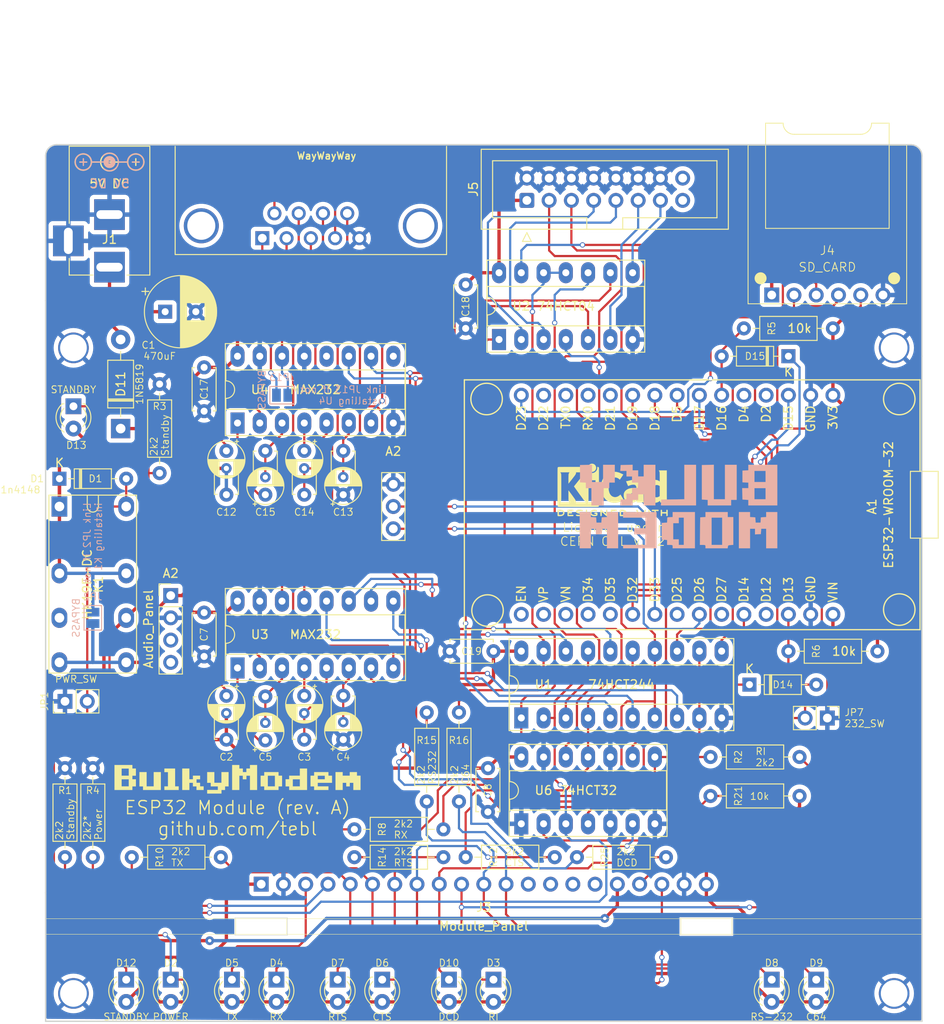
<source format=kicad_pcb>
(kicad_pcb (version 20240108) (generator "pcbnew") (generator_version "8.0")
  (layers (0 "F.Cu" signal) (31 "B.Cu" signal) (34 "B.Paste" user) (35 "F.Paste" user) (36 "B.SilkS" user "B.Silkscreen") (37 "F.SilkS" user "F.Silkscreen") (38 "B.Mask" user) (39 "F.Mask" user) (44 "Edge.Cuts" user))
  (net 0 "")
  (net 1 "GND")
  (net 2 "+5V")
  (net 3 "ESP_TX")
  (net 4 "ESP_RTS")
  (net 5 "VIN")
  (net 6 "+3.3V")
  (net 7 "AUDIO_TX")
  (net 8 "PWR_EN")
  (net 9 "/Front Panel/LED_POW")
  (net 10 "/Front Panel/LED_RI")
  (net 11 "/Front Panel/LED_RX")
  (net 12 "/Front Panel/LED_TX")
  (net 13 "/Front Panel/LED_CTS")
  (net 14 "/Front Panel/LED_RTS")
  (net 15 "/Front Panel/LED_RS232")
  (net 16 "SPI_CS")
  (net 17 "Net-(A1-D15)")
  (net 18 "SPI_CLK")
  (net 19 "SPI_MOSI")
  (net 20 "MODE_232")
  (net 21 "/C64_TX")
  (net 22 "/C64_RX")
  (net 23 "/C64_RTS")
  (net 24 "/C64_CTS")
  (net 25 "/RS-232/SER_TxD")
  (net 26 "/RS-232/SER_RxD")
  (net 27 "/RS-232/SER_CTS")
  (net 28 "/RS-232/SER_RTS")
  (net 29 "/232_TX")
  (net 30 "/232_RTS")
  (net 31 "AUDIO_RX")
  (net 32 "/232_RX")
  (net 33 "/232_CTS")
  (net 34 "ESP_RX")
  (net 35 "ESP_CTS")
  (net 36 "MODE_C64")
  (net 37 "ESP_DCD")
  (net 38 "unconnected-(U3-VS+-Pad2)")
  (net 39 "unconnected-(U3-C2--Pad5)")
  (net 40 "/Front Panel/LED_C64")
  (net 41 "/RS-232/SER_DCD")
  (net 42 "unconnected-(U3-C2+-Pad4)")
  (net 43 "unconnected-(U3-VS--Pad6)")
  (net 44 "unconnected-(U3-C1--Pad3)")
  (net 45 "/RS-232/SER_RI")
  (net 46 "unconnected-(U3-C1+-Pad1)")
  (net 47 "ESP_RI")
  (net 48 "Net-(U4-VS+)")
  (net 49 "/Front Panel/LED_DCD")
  (net 50 "Net-(U4-VS-)")
  (net 51 "unconnected-(U4-C2--Pad5)")
  (net 52 "unconnected-(U4-C2+-Pad4)")
  (net 53 "unconnected-(U4-C1+-Pad1)")
  (net 54 "unconnected-(U4-C1--Pad3)")
  (net 55 "VSB")
  (net 56 "/Front Panel/LED_STB")
  (net 57 "Net-(D12-K)")
  (net 60 "MODE_SEL")
  (net 61 "Net-(JP13-B)")
  (net 64 "SPI_MISO")
  (net 65 "Net-(J5-RI)")
  (net 66 "Net-(J5-DCD)")
  (net 67 "Net-(J5-CTS)")
  (net 68 "Net-(J5-RTS)")
  (net 72 "Net-(D11-A)")
  (net 77 "Net-(A1-D32)")
  (net 79 "Net-(A1-D17)")
  (net 85 "Net-(A1-D14)")
  (net 90 "Net-(A1-D13)")
  (net 94 "Net-(A1-D16)")
  (footprint "mounting:M3_pin" (layer "F.Cu") (at 167.005 77.785)
    (property "Reference" "M3" (hide yes))
    (property "Value" "Mounting" (hide yes))
  )
  (footprint "mounting:M3_pin" (layer "F.Cu") (at 73.355 77.785)
    (property "Reference" "M4" (hide yes))
    (property "Value" "Mounting" (hide yes))
  )
  (footprint "Symbols:KiCad-Logo2_6mm_SilkScreen" (layer "F.Cu") (at 134.874 93.98)
    (property "Reference" "REF***" (hide yes))
    (property "Value" "KiCad-Logo2_6mm_SilkScreen" (hide yes))
  )
  (footprint "mounting:M3_pin" (layer "F.Cu") (at 167.005 151.435)
    (property "Reference" "M2" (hide yes))
    (property "Value" "Mounting" (hide yes))
  )
  (footprint "esp32_dev_board:ESP32-WROOM-32D_30" (layer "F.Cu") (at 146.535 95.685 90)
    (property "Reference" "A1")
    (property "Value" "ESP32-WROOM-32")
  )
  (footprint "Diode_THT:D_DO-35_SOD27_P7.62mm_Horizontal" (layer "F.Cu") (at 71.755 92.71)
    (property "Reference" "D1")
    (property "Value" "1n4148")
  )
  (footprint "LED_THT:LED_D3.0mm" (layer "F.Cu") (at 84.455 149.86 -90)
    (property "Reference" "D2")
    (property "Value" "POWER")
  )
  (footprint "LED_THT:LED_D3.0mm" (layer "F.Cu") (at 96.52 149.86 -90)
    (property "Reference" "D4")
    (property "Value" "RX")
  )
  (footprint "LED_THT:LED_D3.0mm" (layer "F.Cu") (at 91.44 149.86 -90)
    (property "Reference" "D5")
    (property "Value" "TX")
  )
  (footprint "LED_THT:LED_D3.0mm" (layer "F.Cu") (at 108.585 149.86 -90)
    (property "Reference" "D6")
    (property "Value" "CTS")
  )
  (footprint "LED_THT:LED_D3.0mm" (layer "F.Cu") (at 103.505 149.86 -90)
    (property "Reference" "D7")
    (property "Value" "RTS")
  )
  (footprint "LED_THT:LED_D3.0mm" (layer "F.Cu") (at 153.035 149.86 -90)
    (property "Reference" "D8")
    (property "Value" "RS-232")
  )
  (footprint "LED_THT:LED_D3.0mm" (layer "F.Cu") (at 158.115 149.86 -90)
    (property "Reference" "D9")
    (property "Value" "C64")
  )
  (footprint "RND_DSUB:DSUB-9_Female_Horizontal_P2.77x2.84mm_EdgePinOffset7.70mm_Housed_MountingHolesOffset9.12mm" (layer "F.Cu") (at 94.905 65.278 180)
    (property "Reference" "J2" (hide yes))
    (property "Value" "DCE")
  )
  (footprint "BulkyModem:Module_Panel" (layer "F.Cu") (at 120.18 138.97)
    (property "Reference" "J3")
    (property "Value" "Module_Panel")
  )
  (footprint "Connector_PinHeader_2.54mm:PinHeader_1x02_P2.54mm_Vertical" (layer "F.Cu") (at 72.39 118.11 90)
    (property "Reference" "JP1")
    (property "Value" "PWR_SW")
  )
  (footprint "Connector_PinHeader_2.54mm:PinHeader_1x02_P2.54mm_Vertical" (layer "F.Cu") (at 159.385 120.015 -90)
    (property "Reference" "JP7")
    (property "Value" "232_SW")
  )
  (footprint "mounting:M3_pin" (layer "F.Cu") (at 73.355 151.435)
    (property "Reference" "M1" (hide yes))
    (property "Value" "Mounting" (hide yes))
  )
  (footprint "resistor:R_Axial_DIN0207_L6.3mm_D2.5mm_P10.16mm_Horizontal" (layer "F.Cu") (at 115.57 132.715 180)
    (property "Reference" "R8")
    (property "Value" "2k2")
  )
  (footprint "resistor:R_Axial_DIN0207_L6.3mm_D2.5mm_P10.16mm_Horizontal" (layer "F.Cu") (at 80.01 135.89)
    (property "Reference" "R10")
    (property "Value" "2k2")
  )
  (footprint "resistor:R_Axial_DIN0207_L6.3mm_D2.5mm_P10.16mm_Horizontal" (layer "F.Cu") (at 118.11 135.89)
    (property "Reference" "R12")
    (property "Value" "2k2")
  )
  (footprint "resistor:R_Axial_DIN0207_L6.3mm_D2.5mm_P10.16mm_Horizontal" (layer "F.Cu") (at 105.41 135.89)
    (property "Reference" "R14")
    (property "Value" "2k2")
  )
  (footprint "resistor:R_Axial_DIN0207_L6.3mm_D2.5mm_P10.16mm_Horizontal" (layer "F.Cu") (at 113.665 119.38 -90)
    (property "Reference" "R15")
    (property "Value" "2k2")
  )
  (footprint "resistor:R_Axial_DIN0207_L6.3mm_D2.5mm_P10.16mm_Horizontal" (layer "F.Cu") (at 117.348 119.38 -90)
    (property "Reference" "R16")
    (property "Value" "2k2")
  )
  (footprint "Package_DIP:DIP-20_W7.62mm_Socket_LongPads" (layer "F.Cu") (at 124.46 120.005 90)
    (property "Reference" "U1")
    (property "Value" "74HCT244")
  )
  (footprint "Package_DIP:DIP-16_W7.62mm_Socket_LongPads" (layer "F.Cu") (at 92.075 114.3 90)
    (property "Reference" "U3")
    (property "Value" "MAX232")
  )
  (footprint "BulkyModem:BARREL_JACK" (layer "F.Cu") (at 77.47 68.58 -90)
    (property "Reference" "J1")
    (property "Value" "DC IN")
  )
  (footprint "BulkyModem:PWR_Specification" (layer "F.Cu") (at 77.47 56.515)
    (property "Reference" "SYM1" (hide yes))
    (property "Value" "DC_5V")
  )
  (footprint "HK19F-DC:HK19F-DC" (layer "F.Cu") (at 71.755 95.885 -90)
    (property "Reference" "K1")
    (property "Value" "HK19F-DC")
  )
  (footprint "BulkyModem:CP_Radial_D4.0mm_P2.00mm_Custom" (layer "F.Cu") (at 90.805 89.535 -90)
    (property "Reference" "C12")
    (property "Value" "1uF" (hide yes))
  )
  (footprint "BulkyModem:CP_Radial_D4.0mm_P2.00mm_Custom" (layer "F.Cu") (at 104.14 94.535 90)
    (property "Reference" "C13")
    (property "Value" "1uF" (hide yes))
  )
  (footprint "BulkyModem:CP_Radial_D4.0mm_P2.00mm_Custom" (layer "F.Cu") (at 99.695 89.535 -90)
    (property "Reference" "C14")
    (property "Value" "1uF" (hide yes))
  )
  (footprint "BulkyModem:CP_Radial_D4.0mm_P2.00mm_Custom" (layer "F.Cu") (at 95.25 94.535 90)
    (property "Reference" "C15")
    (property "Value" "1uF" (hide yes))
  )
  (footprint "Capacitor_THT:C_Disc_D4.7mm_W2.5mm_P5.00mm" (layer "F.Cu") (at 88.265 80.01 -90)
    (property "Reference" "C17")
    (property "Value" "100nF")
  )
  (footprint "Capacitor_THT:C_Disc_D4.7mm_W2.5mm_P5.00mm" (layer "F.Cu") (at 118.11 70.565 -90)
    (property "Reference" "C18")
    (property "Value" "100nF")
  )
  (footprint "LED_THT:LED_D3.0mm" (layer "F.Cu") (at 116.205 149.86 -90)
    (property "Reference" "D10")
    (property "Value" "DCD")
  )
  (footprint "resistor:R_Axial_DIN0207_L6.3mm_D2.5mm_P10.16mm_Horizontal" (layer "F.Cu") (at 130.81 135.89)
    (property "Reference" "R25")
    (property "Value" "2k2")
  )
  (footprint "Package_DIP:DIP-16_W7.62mm_Socket_LongPads" (layer "F.Cu") (at 92.075 86.36 90)
    (property "Reference" "U4" (hide yes))
    (property "Value" "MAX232")
  )
  (footprint "Capacitor_THT:C_Disc_D4.7mm_W2.5mm_P5.00mm" (layer "F.Cu") (at 121.285 112.395 180)
    (property "Reference" "C19")
    (property "Value" "100nF")
  )
  (footprint "Capacitor_THT:C_Disc_D4.7mm_W2.5mm_P5.00mm" (layer "F.Cu") (at 88.265 107.99 -90)
    (property "Reference" "C7")
    (property "Value" "100nF")
  )
  (footprint "BulkyModem:CP_Radial_D4.0mm_P2.00mm_Custom" (layer "F.Cu") (at 95.25 122.555 90)
    (property "Reference" "C5")
    (property "Value" "1uF" (hide yes))
  )
  (footprint "BulkyModem:CP_Radial_D4.0mm_P2.00mm_Custom" (layer "F.Cu") (at 99.695 117.475 -90)
    (property "Reference" "C3")
    (property "Value" "1uF" (hide yes))
  )
  (footprint "BulkyModem:CP_Radial_D4.0mm_P2.00mm_Custom" (layer "F.Cu") (at 90.805 117.475 -90)
    (property "Reference" "C2")
    (property "Value" "1uF" (hide yes))
  )
  (footprint "BulkyModem:CP_Radial_D4.0mm_P2.00mm_Custom" (layer "F.Cu") (at 104.14 122.475 90)
    (property "Reference" "C4")
    (property "Value" "1uF" (hide yes))
  )
  (footprint "BulkyModem:UserPort_Adapter_IDC" (layer "F.Cu") (at 125.095 60.96 90)
    (property "Reference" "J5")
    (property "Value" "C64_Modem_OUT")
  )
  (footprint "resistor:R_Axial_DIN0207_L6.3mm_D2.5mm_P10.16mm_Horizontal" (layer "F.Cu") (at 75.565 125.73 -90)
    (property "Reference" "R4")
    (property "Value" "2k2*")
  )
  (footprint "LED_THT:LED_D3.0mm" (layer "F.Cu") (at 121.285 149.86 -90)
    (property "Reference" "D3")
    (property "Value" "RI")
  )
  (footprint "resistor:R_Axial_DIN0207_L6.3mm_D2.5mm_P10.16mm_Horizontal" (layer "F.Cu") (at 146.05 124.46)
    (property "Reference" "R2")
    (property "Value" "2k2")
  )
  (footprint "Capacitor_THT:C_Disc_D4.7mm_W2.5mm_P5.00mm" (layer "F.Cu") (at 120.65 125.73 -90)
    (property "Reference" "C8")
    (property "Value" "100nF")
  )
  (footprint "BulkyModem:D_DO-41_SOD81_P10.16mm_Horizontal" (layer "F.Cu") (at 78.74 86.995 90)
    (property "Reference" "D11")
    (property "Value" "1N5819")
  )
  (footprint "resistor:R_Axial_DIN0207_L6.3mm_D2.5mm_P10.16mm_Horizontal" (layer "F.Cu") (at 72.39 125.73 -90)
    (property "Reference" "R1")
    (property "Value" "2k2")
  )
  (footprint "Package_DIP:DIP-14_W7.62mm_Socket_LongPads" (layer "F.Cu") (at 124.46 132.08 90)
    (property "Reference" "U6")
    (property "Value" "74HCT32")
  )
  (footprint "LED_THT:LED_D3.0mm" (layer "F.Cu") (at 79.375 149.86 -90)
    (property "Reference" "D12")
    (property "Value" "STANDBY")
  )
  (footprint "LED_THT:LED_D3.0mm" (layer "F.Cu") (at 73.355 84.45 -90)
    (property "Reference" "D13")
    (property "Value" "STANDBY")
  )
  (footprint "resistor:R_Axial_DIN0207_L6.3mm_D2.5mm_P10.16mm_Horizontal" (layer "F.Cu") (at 83.185 81.915 -90)
    (property "Reference" "R3")
    (property "Value" "2k2")
  )
  (footprint "Capacitor_THT:CP_Radial_D8.0mm_P3.50mm" (layer "F.Cu") (at 83.82 73.66)
    (property "Reference" "C1")
    (property "Value" "470uF")
  )
  (footprint "artwork:BulkyModem_small" (layer "F.Cu") (at 92.075 127)
    (property "Reference" "G***" (hide yes))
    (property "Value" "LOGO" (hide yes))
  )
  (footprint "resistor:R_Axial_DIN0207_L6.3mm_D2.5mm_P10.16mm_Horizontal" (layer "F.Cu") (at 146.05 128.905)
    (property "Reference" "R21")
    (property "Value" "10k")
  )
  (footprint "Diode_THT:D_DO-35_SOD27_P7.62mm_Horizontal" (layer "F.Cu") (at 150.495 116.205)
    (property "Reference" "D14")
    (property "Value" "1N4148")
  )
  (footprint "Package_DIP:DIP-14_W7.62mm_Socket_LongPads" (layer "F.Cu") (at 121.92 76.835 90)
    (property "Reference" "U2")
    (property "Value" "74HCT04")
  )
  (footprint "resistor:R_Axial_DIN0207_L6.3mm_D2.5mm_P10.16mm_Horizontal" (layer "F.Cu") (at 165.1 112.395 180)
    (property "Reference" "R6")
    (property "Value" "10k")
  )
  (footprint "Diode_THT:D_DO-35_SOD27_P7.62mm_Horizontal" (layer "F.Cu") (at 154.94 78.74 180)
    (property "Reference" "D15")
    (property "Value" "1N4148")
  )
  (footprint "BulkyModem:AudioModule" (layer "F.Cu") (at 109.855 93.345)
    (property "Reference" "A2")
    (property "Value" "Audio_Panel")
  )
  (footprint "resistor:R_Axial_DIN0207_L6.3mm_D2.5mm_P10.16mm_Horizontal" (layer "F.Cu") (at 160.02 75.565 180)
    (property "Reference" "R5")
    (property "Value" "10k")
  )
  (footprint "BulkyModem:ESP32_SD_Module" (layer "F.Cu") (at 165.735 71.755)
    (property "Reference" "J4")
    (property "Value" "SD_CARD")
  )
  (footprint "artwork:BulkyModem" (layer "B.Cu") (at 142.24 95.885 180)
    (property "Reference" "G***" (hide yes))
    (property "Value" "LOGO" (hide yes))
  )
  (footprint "solder_bridge:SolderJumper-2_P1.3mm_Open_Pad1.0x1.5mm" (layer "B.Cu") (at 75.565 108.585 -90)
    (property "Reference" "JP2")
    (property "Value" "BYPASS")
  )
  (footprint "solder_bridge:SolderJumper-2_P1.3mm_Open_Pad1.0x1.5mm" (layer "B.Cu") (at 97.17 83.185 180)
    (property "Reference" "JP13")
    (property "Value" "BYPASS")
  )
  (gr_line (start 70.18 139.954) (end 70.18 72.39) (stroke (width 0.15)) (layer "Edge.Cuts"))
  (gr_line (start 70.18 139.954) (end 70.18 154.61) (stroke (width 0.15)) (layer "Edge.Cuts"))
  (gr_line (start 70.18 55.88) (end 70.18 72.39) (stroke (width 0.15)) (layer "Edge.Cuts"))
  (gr_line (start 170.18 78.74) (end 170.18 55.88) (stroke (width 0.15)) (layer "Edge.Cuts"))
  (gr_line (start 97.775 142.803) (end 97.775 144.808) (stroke (width 0.05)) (layer "Edge.Cuts"))
  (gr_line (start 142.575 144.808) (end 142.575 142.803) (stroke (width 0.05)) (layer "Edge.Cuts"))
  (gr_line (start 91.775 144.808) (end 91.775 142.803) (stroke (width 0.05)) (layer "Edge.Cuts"))
  (gr_line (start 148.575 144.808) (end 142.575 144.808) (stroke (width 0.05)) (layer "Edge.Cuts"))
  (gr_line (start 97.775 144.808) (end 91.775 144.808) (stroke (width 0.05)) (layer "Edge.Cuts"))
  (gr_line (start 142.575 142.803) (end 148.575 142.803) (stroke (width 0.05)) (layer "Edge.Cuts"))
  (gr_line (start 91.775 142.803) (end 97.775 142.803) (stroke (width 0.05)) (layer "Edge.Cuts"))
  (gr_line (start 148.575 142.803) (end 148.575 144.808) (stroke (width 0.05)) (layer "Edge.Cuts"))
  (gr_line (start 70.18 154.61) (end 102.4705 154.61) (stroke (width 0.15)) (layer "Edge.Cuts"))
  (gr_line (start 137.8895 154.61) (end 170.18 154.61) (stroke (width 0.15)) (layer "Edge.Cuts"))
  (gr_arc (start 168.91 54.61) (mid 169.808026 54.981974) (end 170.18 55.88) (stroke (width 0.15)) (layer "Edge.Cuts"))
  (gr_line (start 168.91 54.61) (end 71.45 54.61) (stroke (width 0.15)) (layer "Edge.Cuts"))
  (gr_arc (start 70.18 55.88) (mid 70.551974 54.981974) (end 71.45 54.61) (stroke (width 0.15)) (layer "Edge.Cuts"))
  (gr_line (start 137.8895 154.61) (end 102.4705 154.61) (stroke (width 0.15)) (layer "Edge.Cuts"))
  (gr_line (start 170.18 154.61) (end 170.18 78.74) (stroke (width 0.15)) (layer "Edge.Cuts"))
  (gr_text "5V DC" (at 77.47 59.055 0) (layer "B.SilkS") (effects (font (size 1 1)) (justify mirror)))
  (gr_text "Link JP13 if not\ninstalling U4" (at 109.22 83.185 0) (layer "B.SilkS") (effects (font (size 0.8 0.8) (thickness 0.1)) (justify left mirror)))
  (gr_text "Link JP2 if not\ninstalling K1" (at 75.565 95.377 90) (layer "B.SilkS") (effects (font (size 0.8 0.8) (thickness 0.1)) (justify left mirror)))
  (gr_text "Licensed under\nCERN OHL v.1.2" (at 134.874 99.06 0) (layer "F.SilkS") (effects (font (size 1 1) (thickness 0.1))))
  (gr_text "RI" (at 151.13 123.825 0) (layer "F.SilkS") (effects (font (size 0.8 0.8) (thickness 0.1)) (justify left)))
  (gr_text "RX" (at 109.855 133.35 0) (layer "F.SilkS") (effects (font (size 0.8 0.8) (thickness 0.1)) (justify left)))
  (gr_text "A2" (at 109.855 90.17 0) (layer "F.SilkS") (effects (font (size 1 1)) (justify bottom)))
  (gr_text "5V DC" (at 77.47 59.055 0) (layer "F.SilkS") (effects (font (size 1 1))))
  (gr_text "C64" (at 118.11 127.635 90) (layer "F.SilkS") (effects (font (size 0.8 0.8) (thickness 0.1)) (justify left)))
  (gr_text "TX" (at 84.455 136.525 0) (layer "F.SilkS") (effects (font (size 0.8 0.8) (thickness 0.1)) (justify left)))
  (gr_text "RS232" (at 114.3 127.635 90) (layer "F.SilkS") (effects (font (size 0.8 0.8) (thickness 0.1)) (justify left)))
  (gr_text "Power" (at 76.2 133.985 90) (layer "F.SilkS") (effects (font (size 0.8 0.8) (thickness 0.1)) (justify left)))
  (gr_text "RTS" (at 109.855 136.525 0) (layer "F.SilkS") (effects (font (size 0.8 0.8) (thickness 0.1)) (justify left)))
  (gr_text "Standby" (at 73.025 133.985 90) (layer "F.SilkS") (effects (font (size 0.8 0.8) (thickness 0.1)) (justify left)))
  (gr_text "DCD" (at 135.255 136.525 0) (layer "F.SilkS") (effects (font (size 0.8 0.8) (thickness 0.1)) (justify left)))
  (gr_text "WayWayWay" (at 102.235 55.88 0) (layer "F.SilkS") (effects (font (size 0.8 0.8))))
  (gr_text "CTS" (at 122.555 136.525 0) (layer "F.SilkS") (effects (font (size 0.8 0.8) (thickness 0.1)) (justify left)))
  (gr_text "ESP32 Module (rev. A)\ngithub.com/tebl" (at 92.075 131.445 0) (layer "F.SilkS") (effects (font (size 1.5 1.5))))
  (gr_text "Standby" (at 83.82 90.17 90) (layer "F.SilkS") (effects (font (size 0.8 0.8) (thickness 0.1)) (justify left)))
  (segment (start 90.805 119.475) (end 90.805 122.475) (width 0.381) (layer "F.Cu") (net 2))
  (segment (start 121.92 69.215) (end 119.46 69.215) (width 0.381) (layer "F.Cu") (net 2))
  (segment (start 86.36 81.915) (end 88.265 80.01) (width 0.381) (layer "F.Cu") (net 2))
  (segment (start 120.65 116.205) (end 121.285 115.57) (width 0.381) (layer "F.Cu") (net 2))
  (segment (start 162.56 83.82) (end 167.005 88.265) (width 0.381) (layer "F.Cu") (net 2))
  (segment (start 161.29 114.3) (end 160.02 113.03) (width 0.381) (layer "F.Cu") (net 2))
  (segment (start 86.36 91.44) (end 86.36 81.915) (width 0.381) (layer "F.Cu") (net 2))
  (segment (start 90.805 107.95) (end 92.075 106.68) (width 0.381) (layer "F.Cu") (net 2))
  (segment (start 91.44 152.4) (end 96.52 152.4) (width 0.381) (layer "F.Cu") (net 2))
  (segment (start 162.56 75.565) (end 162.56 83.82) (width 0.381) (layer "F.Cu") (net 2))
  (segment (start 85.725 106.045) (end 86.36 105.41) (width 0.381) (layer "F.Cu") (net 2))
  (segment (start 82.55 107.95) (end 84.455 106.045) (width 0.381) (layer "F.Cu") (net 2))
  (segment (start 145.58 131.915) (end 146.685 130.81) (width 0.381) (layer "F.Cu") (net 2))
  (segment (start 84.455 152.4) (end 91.44 152.4) (width 0.381) (layer "F.Cu") (net 2))
  (segment (start 108.585 152.4) (end 116.205 152.4) (width 0.381) (layer "F.Cu") (net 2))
  (segment (start 146.685 130.81) (end 155.575 130.81) (width 0.381) (layer "F.Cu") (net 2))
  (segment (start 149.804499 149.169499) (end 127.055501 149.169499) (width 0.381) (layer "F.Cu") (net 2))
  (segment (start 93.98 55.88) (end 92.075 57.785) (width 0.381) (layer "F.Cu") (net 2))
  (segment (start 167.005 88.265) (end 167.005 114.3) (width 0.381) (layer "F.Cu") (net 2))
  (segment (start 86.455 91.535) (end 86.36 91.44) (width 0.381) (layer "F.Cu") (net 2))
  (segment (start 149.86 142.24) (end 149.225 141.605) (width 0.381) (layer "F.Cu") (net 2))
  (segment (start 88.9 147.32) (end 90.805 145.415) (width 0.381) (layer "F.Cu") (net 2))
  (segment (start 163.195 74.93) (end 162.56 75.565) (width 0.381) (layer "F.Cu") (net 2))
  (segment (start 84.455 152.4) (end 83.185 152.4) (width 0.381) (layer "F.Cu") (net 2))
  (segment (start 155.575 130.81) (end 156.21 130.175) (width 0.381) (layer "F.Cu") (net 2))
  (segment (start 124.46 124.46) (end 121.92 124.46) (width 0.381) (layer "F.Cu") (net 2))
  (segment (start 119.46 69.215) (end 118.11 70.565) (width 0.381) (layer "F.Cu") (net 2))
  (segment (start 160.655 147.32) (end 160.655 151.765) (width 0.381) (layer "F.Cu") (net 2))
  (segment (start 160.655 147.32) (end 152.4 147.32) (width 0.381) (layer "F.Cu") (net 2))
  (segment (start 90.805 138.97) (end 90.805 145.415) (width 0.381) (layer "F.Cu") (net 2))
  (segment (start 112.395 117.475) (end 113.665 116.205) (width 0.381) (layer "F.Cu") (net 2))
  (segment (start 83.185 147.32) (end 88.9 147.32) (width 0.381) (layer "F.Cu") (net 2))
  (segment (start 90.805 138.97) (end 94.78 138.97) (width 0.381) (layer "F.Cu") (net 2))
  (segment (start 167.005 114.3) (end 161.29 114.3) (width 0.381) (layer "F.Cu") (net 2))
  (segment (start 122.555 60.96) (end 121.92 60.325) (width 0.381) (layer "F.Cu") (net 2))
  (segment (start 94.06 125.73) (end 90.805 122.475) (width 0.381) (layer "F.Cu") (net 2))
  (segment (start 82.55 113.03) (end 82.55 107.95) (width 0.381) (layer "F.Cu") (net 2))
  (segment (start 165.735 147.32) (end 167.005 146.05) (width 0.381) (layer "F.Cu") (net 2))
  (segment (start 96.52 152.4) (end 103.505 152.4) (width 0.381) (layer "F.Cu") (net 2))
  (segment (start 112.395 125.73) (end 94.06 125.73) (width 0.381) (layer "F.Cu") (net 2))
  (segment (start 112.395 125.73) (end 112.395 117.475) (width 0.381) (layer "F.Cu") (net 2))
  (segment (start 124.46 112.385) (end 121.295 112.385) (width 0.381) (layer "F.Cu") (net 2))
  (segment (start 127.055501 149.169499) (end 123.825 152.4) (width 0.381) (layer "F.Cu") (net 2))
  (segment (start 121.92 55.88) (end 168.275 55.88) (width 0.381) (layer "F.Cu") (net 2))
  (segment (start 146.685 141.605) (end 145.58 140.5) (width 0.381) (layer "F.Cu") (net 2))
  (segment (start 153.035 152.4) (end 158.115 152.4) (width 0.381) (layer "F.Cu") (net 2))
  (segment (start 90.805 91.535) (end 86.455 91.535) (width 0.381) (layer "F.Cu") (net 2))
  (segment (start 169.545 57.15) (end 169.545 73.66) (width 0.381) (layer "F.Cu") (net 2))
  (segment (start 116.205 152.4) (end 123.825 152.4) (width 0.381) (layer "F.Cu") (net 2))
  (segment (start 86.995 107.95) (end 86.36 107.315) (width 0.381) (layer "F.Cu") (net 2))
  (segment (start 169.545 73.66) (end 168.275 74.93) (width 0.381) (layer "F.Cu") (net 2))
  (segment (start 160.02 113.03) (end 160.02 108.185) (width 0.381) (layer "F.Cu") (net 2))
  (segment (start 160.655 151.765) (end 160.02 152.4) (width 0.381) (layer "F.Cu") (net 2))
  (segment (start 167.005 146.05) (end 167.005 114.3) (width 0.381) (layer "F.Cu") (net 2))
  (segment (start 125.095 60.96) (end 122.555 60.96) (width 0.381) (layer "F.Cu") (net 2))
  (segment (start 88.265 107.95) (end 86.995 107.95) (width 0.381) (layer "F.Cu") (net 2))
  (segment (start 121.92 124.46) (end 120.65 125.73) (width 0.381) (layer "F.Cu") (net 2))
  (segment (start 82.55 147.955) (end 83.185 147.32) (width 0.381) (layer "F.Cu") (net 2))
  (segment (start 120.65 125.73) (end 112.395 125.73) (width 0.381) (layer "F.Cu") (net 2))
  (segment (start 86.36 105.41) (end 86.36 107.315) (width 0.381) (layer "F.Cu") (net 2))
  (segment (start 89.63 138.97) (end 90.805 138.97) (width 0.381) (layer "F.Cu") (net 2))
  (segment (start 88.265 80.01) (end 90.805 80.01) (width 0.381) (layer "F.Cu") (net 2))
  (segment (start 87.55 122.475) (end 90.805 122.475) (width 0.381) (layer "F.Cu") (net 2))
  (segment (start 153.035 152.4) (end 149.804499 149.169499) (width 0.381) (layer "F.Cu") (net 2))
  (segment (start 87.55 122.475) (end 86.36 121.285) (width 0.381) (layer "F.Cu") (net 2))
  (segment (start 168.275 74.93) (end 163.195 74.93) (width 0.381) (layer "F.Cu") (net 2))
  (segment (start 79.375 113.665) (end 81.915 113.665) (width 0.381) (layer "F.Cu") (net 2))
  (segment (start 81.915 113.665) (end 82.55 113.03) (width 0.381) (layer "F.Cu") (net 2))
  (segment (start 160.655 147.32) (end 165.735 147.32) (width 0.381) (layer "F.Cu") (net 2))
  (segment (start 86.36 121.285) (end 86.36 135.7) (width 0.381) (layer "F.Cu") (net 2))
  (segment (start 92.075 57.785) (end 92.075 78.74) (width 0.381) (layer "F.Cu") (net 2))
  (segment (start 103.505 152.4) (end 108.585 152.4) (width 0.381) (layer "F.Cu") (net 2))
  (segment (start 90.805 80.01) (end 92.075 78.74) (width 0.381) (layer "F.Cu") (net 2))
  (segment (start 121.92 69.215) (end 121.92 60.325) (width 0.381) (layer "F.Cu") (net 2))
  (segment (start 84.455 106.045) (end 85.725 106.045) (width 0.381) (layer "F.Cu") (net 2))
  (segment (start 86.36 105.41) (end 86.36 91.44) (width 0.381) (layer "F.Cu") (net 2))
  (segment (start 149.86 144.78) (end 149.86 142.24) (width 0.381) (layer "F.Cu") (net 2))
  (segment (start 86.36 135.7) (end 89.63 138.97) (width 0.381) (layer "F.Cu") (net 2))
  (segment (start 149.225 141.605) (end 146.685 141.605) (width 0.381) (layer "F.Cu") (net 2))
  (segment (start 86.36 107.315) (end 86.36 121.285) (width 0.381) (layer "F.Cu") (net 2))
  (segment (start 145.58 138.97) (end 145.58 131.915) (width 0.381) (layer "F.Cu") (net 2))
  (segment (start 83.185 152.4) (end 82.55 151.765) (width 0.381) (layer "F.Cu") (net 2))
  (segment (start 113.665 116.205) (end 120.65 116.205) (width 0.381) (layer "F.Cu") (net 2))
  (segment (start 88.265 107.95) (end 90.805 107.95) (width 0.381) (layer "F.Cu") (net 2))
  (segment (start 156.21 130.175) (end 156.21 128.905) (width 0.381) (layer "F.Cu") (net 2))
  (segment (start 152.4 147.32) (end 149.86 144.78) (width 0.381) (layer "F.Cu") (net 2))
  (segment (start 160.02 152.4) (end 158.115 152.4) (width 0.381) (layer "F.Cu") (net 2))
  (segment (start 121.285 115.57) (end 121.285 112.395) (width 0.381) (layer "F.Cu") (net 2))
  (segment (start 82.55 151.765) (end 82.55 147.955) (width 0.381) (layer "F.Cu") (net 2))
  (segment (start 168.275 55.88) (end 169.545 57.15) (width 0.381) (layer "F.Cu") (net 2))
  (segment (start 145.58 140.5) (end 145.58 138.97) (width 0.381) (layer "F.Cu") (net 2))
  (segment (start 121.92 60.325) (end 121.92 55.88) (width 0.381) (layer "F.Cu") (net 2))
  (segment (start 121.92 55.88) (end 93.98 55.88) (width 0.381) (layer "F.Cu") (net 2))
  (segment (start 90.805 91.535) (end 90.805 94.535) (width 0.381) (layer "B.Cu") (net 2))
  (segment (start 71.755 113.665) (end 75.565 113.665) (width 0.381) (layer "B.Cu") (net 2))
  (segment (start 75.565 113.665) (end 79.375 113.665) (width 0.381) (layer "B.Cu") (net 2))
  (segment (start 75.565 109.235) (end 75.565 113.665) (width 0.381) (layer "B.Cu") (net 2))
  (segment (start 128.27 118.11) (end 128.27 120.015) (width 0.25) (layer "F.Cu") (net 3))
  (segment (start 128.26 120.005) (end 128.27 120.015) (width 0.25) (layer "F.Cu") (net 3))
  (segment (start 128.27 120.015) (end 128.27 127) (width 0.25) (layer "F.Cu") (net 3))
  (segment (start 132.08 114.3) (end 128.27 118.11) (width 0.25) (layer "F.Cu") (net 3))
  (segment (start 88.9 142.24) (end 81.28 142.24) (width 0.25) (layer "F.Cu") (net 3))
  (segment (start 128.905 127.635) (end 128.27 127) (width 0.25) (layer "F.Cu") (net 3))
  (segment (start 132.08 114.3) (end 132.08 112.385) (width 0.25) (layer "F.Cu") (net 3))
  (segment (start 80.01 140.97) (end 80.01 135.89) (width 0.25) (layer "F.Cu") (net 3))
  (segment (start 127 120.005) (end 128.26 120.005) (width 0.25) (layer "F.Cu") (net 3))
  (segment (start 81.28 142.24) (end 80.01 140.97) (width 0.25) (layer "F.Cu") (net 3))
  (via (at 128.905 127.635) (size 0.6) (drill 0.4) (layers "F.Cu" "B.Cu") (net 3))
  (via (at 88.9 142.24) (size 0.6) (drill 0.4) (layers "F.Cu" "B.Cu") (net 3))
  (segment (start 134.1628 140.1572) (end 133.35 140.97) (width 0.25) (layer "B.Cu") (net 3))
  (segment (start 133.35 133.985) (end 134.1628 134.7978) (width 0.25) (layer "B.Cu") (net 3))
  (segment (start 129.54 133.35) (end 130.175 133.985) (width 0.25) (layer "B.Cu") (net 3))
  (segment (start 100.33 142.24) (end 88.9 142.24) (width 0.25) (layer "B.Cu") (net 3))
  (segment (start 129.54 132.08) (end 129.54 133.35) (width 0.25) (layer "B.Cu") (net 3))
  (segment (start 133.35 140.97) (end 101.6 140.97) (width 0.25) (layer "B.Cu") (net 3))
  (segment (start 101.6 140.97) (end 100.33 142.24) (width 0.25) (layer "B.Cu") (net 3))
  (segment (start 128.905 127.635) (end 129.54 128.27) (width 0.25) (layer "B.Cu") (net 3))
  (segment (start 134.1628 134.7978) (end 134.1628 140.1572) (width 0.25) (layer "B.Cu") (net 3))
  (segment (start 130.175 133.985) (end 133.35 133.985) (width 0.25) (layer "B.Cu") (net 3))
  (segment (start 129.54 128.27) (end 129.54 132.08) (width 0.25) (layer "B.Cu") (net 3))
  (segment (start 109.855 135.89) (end 105.41 135.89) (width 0.25) (layer "F.Cu") (net 4))
  (segment (start 114.935 130.81) (end 109.855 135.89) (width 0.25) (layer "F.Cu") (net 4))
  (segment (start 132.715 117.475) (end 132.08 118.11) (width 0.25) (layer "F.Cu") (net 4))
  (segment (start 132.08 125.73) (end 129.54 128.27) (width 0.25) (layer "F.Cu") (net 4))
  (segment (start 137.16 112.385) (end 137.16 114.3) (width 0.25) (layer "F.Cu") (net 4))
  (segment (start 116.205 127) (end 114.935 128.27) (width 0.25) (layer "F.Cu") (net 4))
  (segment (start 133.985 117.475) (end 132.715 117.475) (width 0.25) (layer "F.Cu") (net 4))
  (segment (start 132.08 118.11) (end 132.08 120.005) (width 0.25) (layer "F.Cu") (net 4))
  (segment (start 129.54 128.27) (end 123.825 128.27) (width 0.25) (layer "F.Cu") (net 4))
  (segment (start 114.935 128.27) (end 114.935 130.81) (width 0.25) (layer "F.Cu") (net 4))
  (segment (start 132.08 124.46) (end 132.08 125.73) (width 0.25) (layer "F.Cu") (net 4))
  (segment (start 122.555 127) (end 116.205 127) (width 0.25) (layer "F.Cu") (net 4))
  (segment (start 132.08 124.46) (end 132.08 120.005) (width 0.25) (layer "F.Cu") (net 4))
  (segment (start 137.16 114.3) (end 133.985 117.475) (width 0.25) (layer "F.Cu") (net 4))
  (segment (start 123.825 128.27) (end 122.555 127) (width 0.25) (layer "F.Cu") (net 4))
  (segment (start 71.755 82.55) (end 73.025 81.28) (width 0.381) (layer "F.Cu") (net 5))
  (segment (start 71.755 103.505) (end 71.755 95.885) (width 0.381) (layer "F.Cu") (net 5))
  (segment (start 73.025 81.28) (end 81.28 81.28) (width 0.381) (layer "F.Cu") (net 5))
  (segment (start 78.74 86.995) (end 80.645 86.995) (width 0.381) (layer "F.Cu") (net 5))
  (segment (start 81.28 86.36) (end 81.28 74.295) (width 0.381) (layer "F.Cu") (net 5))
  (segment (start 80.645 86.995) (end 81.28 86.36) (width 0.381) (layer "F.Cu") (net 5))
  (segment (start 81.28 74.295) (end 81.915 73.66) (width 0.381) (layer "F.Cu") (net 5))
  (segment (start 81.915 73.66) (end 83.82 73.66) (width 0.381) (layer "F.Cu") (net 5))
  (segment (start 71.755 96.772349) (end 71.755 82.55) (width 0.381) (layer "F.Cu") (net 5))
  (segment (start 71.755 95.885) (end 71.755 92.71) (width 0.381) (layer "F.Cu") (net 5))
  (segment (start 75.565 103.505) (end 79.375 103.505) (width 0.381) (layer "B.Cu") (net 5))
  (segment (start 75.565 103.505) (end 71.755 103.505) (width 0.381) (layer "B.Cu") (net 5))
  (segment (start 75.565 107.935) (end 75.565 103.505) (width 0.381) (layer "B.Cu") (net 5))
  (segment (start 160.02 75.565) (end 161.29 74.295) (width 0.381) (layer "F.Cu") (net 6))
  (segment (start 165.1 88.265) (end 160.02 83.185) (width 0.381) (layer "F.Cu") (net 6))
  (segment (start 153.035 69.85) (end 153.035 71.755) (width 0.381) (layer "F.Cu") (net 6))
  (segment (start 161.29 74.295) (end 167.64 74.295) (width 0.381) (layer "F.Cu") (net 6))
  (segment (start 168.275 69.215) (end 153.67 69.215) (width 0.381) (layer "F.Cu") (net 6))
  (segment (start 153.67 69.215) (end 153.035 69.85) (width 0.381) (layer "F.Cu") (net 6))
  (segment (start 160.02 83.185) (end 160.02 75.565) (width 0.381) (layer "F.Cu") (net 6))
  (segment (start 167.64 74.295) (end 168.91 73.025) (width 0.381) (layer "F.Cu") (net 6))
  (segment (start 168.91 73.025) (end 168.91 69.85) (width 0.381) (layer "F.Cu") (net 6))
  (segment (start 168.91 69.85) (end 168.275 69.215) (width 0.381) (layer "F.Cu") (net 6))
  (segment (start 165.1 112.395) (end 165.1 88.265) (width 0.381) (layer "F.Cu") (net 6))
  (segment (start 116.84 95.885) (end 109.855 95.885) (width 0.25) (layer "F.Cu") (net 7))
  (via (at 116.84 95.885) (size 0.6) (drill 0.4) (layers "F.Cu" "B.Cu") (net 7))
  (segment (start 116.84 95.885) (end 137.795 95.885) (width 0.25) (layer "B.Cu") (net 7))
  (segment (start 137.795 95.885) (end 139.7 97.79) (width 0.25) (layer "B.Cu") (net 7))
  (segment (start 139.7 97.79) (end 139.7 108.185) (width 0.25) (layer "B.Cu") (net 7))
  (segment (start 76.835 153.035) (end 76.835 147.955) (width 0.25) (layer "F.Cu") (net 8))
  (segment (start 77.724 153.924) (end 76.835 153.035) (width 0.25) (layer "F.Cu") (net 8))
  (segment (start 79.375 95.885) (end 75.565 95.885) (width 0.25) (layer "F.Cu") (net 8))
  (segment (start 140.1 150.26) (end 127.87 150.26) (width 0.25) (layer "F.Cu") (net 8))
  (segment (start 140.5 138.97) (end 140.5 147.32) (width 0.25) (layer "F.Cu") (net 8))
  (segment (start 124.206 153.924) (end 77.724 153.924) (width 0.25) (layer "F.Cu") (net 8))
  (segment (start 75.565 95.885) (end 74.93 96.52) (width 0.25) (layer "F.Cu") (net 8))
  (segment (start 71.12 124.46) (end 74.93 120.65) (width 0.25) (layer "F.Cu") (net 8))
  (segment (start 71.12 142.24) (end 71.12 124.46) (width 0.25) (layer "F.Cu") (net 8))
  (segment (start 79.375 92.71) (end 79.375 95.885) (width 0.25) (layer "F.Cu") (net 8))
  (segment (start 140.5 149.86) (end 140.1 150.26) (width 0.25) (layer "F.Cu") (net 8))
  (segment (start 127.87 150.26) (end 124.206 153.924) (width 0.25) (layer "F.Cu") (net 8))
  (segment (start 76.835 147.955) (end 71.12 142.24) (width 0.25) (layer "F.Cu") (net 8))
  (segment (start 74.93 120.65) (end 74.93 118.11) (width 0.25) (layer "F.Cu") (net 8))
  (segment (start 74.93 96.52) (end 74.93 118.11) (width 0.25) (layer "F.Cu") (net 8))
  (via (at 140.5 147.32) (size 0.6) (drill 0.4) (layers "F.Cu" "B.Cu") (net 8))
  (via (at 140.5 149.86) (size 0.6) (drill 0.4) (layers "F.Cu" "B.Cu") (net 8))
  (segment (start 140.5 147.32) (end 140.5 149.86) (width 0.25) (layer "B.Cu") (net 8))
  (segment (start 88.265 149.86) (end 92.075 146.05) (width 0.25) (layer "F.Cu") (net 9))
  (segment (start 75.565 137.795) (end 75.565 135.89) (width 0.25) (layer "F.Cu") (net 9))
  (segment (start 83.7645 144.78) (end 82.55 144.78) (width 0.25) (layer "F.Cu") (net 9))
  (segment (start 99.86 145.25) (end 99.86 138.97) (width 0.25) (layer "F.Cu") (net 9))
  (segment (start 99.06 146.05) (end 99.86 145.25) (width 0.25) (layer "F.Cu") (net 9))
  (segment (start 83.82 144.7245) (end 83.7645 144.78) (width 0.25) (layer "F.Cu") (net 9))
  (segment (start 82.55 144.78) (end 75.565 137.795) (width 0.25) (layer "F.Cu") (net 9))
  (segment (start 84.455 149.86) (end 88.265 149.86) (width 0.25) (layer "F.Cu") (net 9))
  (segment (start 92.075 146.05) (end 99.06 146.05) (width 0.25) (layer "F.Cu") (net 9))
  (via (at 83.82 144.7245) (size 0.6) (drill 0.4) (layers "F.Cu" "B.Cu") (net 9))
  (segment (start 84.455 145.3595) (end 83.82 144.7245) (width 0.25) (layer "B.Cu") (net 9))
  (segment (start 84.455 149.86) (end 84.455 145.3595) (width 0.25) (layer "B.Cu") (net 9))
  (segment (start 117.64 138.97) (end 117.64 147.485) (width 0.25) (layer "F.Cu") (net 10))
  (segment (start 156.21 124.46) (end 159.385 127.635) (width 0.25) (layer "F.Cu") (net 10))
  (segment (start 159.385 127.635) (end 159.385 140.335) (width 0.25) (layer "F.Cu") (net 10))
  (segment (start 117.64 147.485) (end 120.015 149.86) (width 0.25) (layer "F.Cu") (net 10))
  (segment (start 159.385 140.335) (end 158.115 141.605) (width 0.25) (layer "F.Cu") (net 10))
  (segment (start 120.015 149.86) (end 121.285 149.86) (width 0.25) (layer "F.Cu") (net 10))
  (segment (start 158.115 141.605) (end 150.495 141.605) (width 0.25) (layer "F.Cu") (net 10))
  (via (at 117.64 141.605) (size 0.6) (drill 0.4) (layers "F.Cu" "B.Cu") (net 10))
  (via (at 150.495 141.605) (size 0.6) (drill 0.4) (layers "F.Cu" "B.Cu") (net 10))
  (segment (start 117.64 141.605) (end 150.495 141.605) (width 0.25) (layer "B.Cu") (net 10))
  (segment (start 96.52 148.59) (end 96.52 149.86) (width 0.25) (layer "F.Cu") (net 11))
  (segment (start 102.87 133.35) (end 102.87 136.525) (width 0.25) (layer "F.Cu") (net 11))
  (segment (start 97.79 147.32) (end 96.52 148.59) (width 0.25) (layer "F.Cu") (net 11))
  (segment (start 102.87 136.525) (end 103.505 137.16) (width 0.25) (layer "F.Cu") (net 11))
  (segment (start 107.48 138.97) (end 107.48 146.52) (width 0.25) (layer "F.Cu") (net 11))
  (segment (start 103.505 137.16) (end 105.67 137.16) (width 0.25) (layer "F.Cu") (net 11))
  (segment (start 107.48 146.52) (end 106.68 147.32) (width 0.25) (layer "F.Cu") (net 11))
  (segment (start 105.67 137.16) (end 107.48 138.97) (width 0.25) (layer "F.Cu") (net 11))
  (segment (start 106.68 147.32) (end 97.79 147.32) (width 0.25) (layer "F.Cu") (net 11))
  (segment (start 103.505 132.715) (end 102.87 133.35) (width 0.25) (layer "F.Cu") (net 11))
  (segment (start 105.41 132.715) (end 103.505 132.715) (width 0.25) (layer "F.Cu") (net 11))
  (segment (start 91.890009 137.610009) (end 103.580009 137.610009) (width 0.25) (layer "F.Cu") (net 12))
  (segment (start 104.14 146.685) (end 93.345 146.685) (width 0.25) (layer "F.Cu") (net 12))
  (segment (start 93.345 146.685) (end 91.44 148.59) (width 0.25) (layer "F.Cu") (net 12))
  (segment (start 104.94 138.97) (end 104.94 145.885) (width 0.25) (layer "F.Cu") (net 12))
  (segment (start 91.44 148.59) (end 91.44 149.86) (width 0.25) (layer "F.Cu") (net 12))
  (segment (start 104.94 145.885) (end 104.14 146.685) (width 0.25) (layer "F.Cu") (net 12))
  (segment (start 90.17 135.89) (end 91.890009 137.610009) (width 0.25) (layer "F.Cu") (net 12))
  (segment (start 103.580009 137.610009) (end 104.94 138.97) (width 0.25) (layer "F.Cu") (net 12))
  (segment (start 111.76 149.86) (end 108.585 149.86) (width 0.25) (layer "F.Cu") (net 13))
  (segment (start 120.65 135.89) (end 128.27 135.89) (width 0.25) (layer "F.Cu") (net 13))
  (segment (start 112.56 138.97) (end 112.56 149.06) (width 0.25) (layer "F.Cu") (net 13))
  (segment (start 112.56 149.06) (end 111.76 149.86) (width 0.25) (layer "F.Cu") (net 13))
  (via (at 120.65 135.89) (size 0.6) (drill 0.4) (layers "F.Cu" "B.Cu") (net 13))
  (segment (start 112.56 135.09) (end 112.56 138.97) (width 0.25) (layer "B.Cu") (net 13))
  (segment (start 113.03 134.62) (end 112.56 135.09) (width 0.25) (layer "B.Cu") (net 13))
  (segment (start 119.38 134.62) (end 113.03 134.62) (width 0.25) (layer "B.Cu") (net 13))
  (segment (start 120.65 135.89) (end 119.38 134.62) (width 0.25) (layer "B.Cu") (net 13))
  (segment (start 115.57 135.89) (end 111.76 135.89) (width 0.25) (layer "F.Cu") (net 14))
  (segment (start 111.76 135.89) (end 110.02 137.63) (width 0.25) (layer "F.Cu") (net 14))
  (segment (start 104.14 147.955) (end 109.22 147.955) (width 0.25) (layer "F.Cu") (net 14))
  (segment (start 110.02 137.63) (end 110.02 138.97) (width 0.25) (layer "F.Cu") (net 14))
  (segment (start 110.02 147.155) (end 110.02 138.97) (width 0.25) (layer "F.Cu") (net 14))
  (segment (start 109.22 147.955) (end 110.02 147.155) (width 0.25) (layer "F.Cu") (net 14))
  (segment (start 103.505 148.59) (end 104.14 147.955) (width 0.25) (layer "F.Cu") (net 14))
  (segment (start 103.505 149.86) (end 103.505 148.59) (width 0.25) (layer "F.Cu") (net 14))
  (segment (start 151.765 148.59) (end 153.035 149.86) (width 0.25) (layer "F.Cu") (net 15))
  (segment (start 120.18 141.77) (end 127 148.59) (width 0.25) (layer "F.Cu") (net 15))
  (segment (start 120.18 138.97) (end 120.18 141.77) (width 0.25) (layer "F.Cu") (net 15))
  (segment (start 127 148.59) (end 151.765 148.59) (width 0.25) (layer "F.Cu") (net 15))
  (segment (start 113.665 133.35) (end 114.3 133.985) (width 0.25) (layer "B.Cu") (net 15))
  (segment (start 114.3 133.985) (end 120.015 133.985) (width 0.25) (layer "B.Cu") (net 15))
  (segment (start 113.665 129.54) (end 113.665 133.35) (width 0.25) (layer "B.Cu") (net 15))
  (segment (start 120.18 137.63) (end 120.18 138.97) (width 0.25) (layer "B.Cu") (net 15))
  (segment (start 121.285 135.255) (end 121.285 136.525) (width 0.25) (layer "B.Cu") (net 15))
  (segment (start 120.015 133.985) (end 121.285 135.255) (width 0.25) (layer "B.Cu") (net 15))
  (segment (start 121.285 136.525) (end 120.18 137.63) (width 0.25) (layer "B.Cu") (net 15))
  (segment (start 155.575 73.66) (end 148.59 80.645) (width 0.25) (layer "F.Cu") (net 16))
  (segment (start 142.24 84.455) (end 142.24 83.185) (width 0.25) (layer "F.Cu") (net 16))
  (segment (start 148.59 80.645) (end 148.59 84.455) (width 0.25) (layer "F.Cu") (net 16))
  (segment (start 155.575 71.755) (end 155.575 73.66) (width 0.25) (layer "F.Cu") (net 16))
  (segment (start 147.955 85.09) (end 142.875 85.09) (width 0.25) (layer "F.Cu") (net 16))
  (segment (start 142.875 85.09) (end 142.24 84.455) (width 0.25) (layer "F.Cu") (net 16))
  (segment (start 148.59 84.455) (end 147.955 85.09) (width 0.25) (layer "F.Cu") (net 16))
  (segment (start 135.89 114.3) (end 133.35 116.84) (width 0.25) (layer "F.Cu") (net 17))
  (segment (start 135.89 110.49) (end 135.89 114.3) (width 0.25) (layer "F.Cu") (net 17))
  (segment (start 150.8125 99.3775) (end 145.415 104.775) (width 0.25) (layer "F.Cu") (net 17))
  (segment (start 145.415 104.775) (end 131.445 104.775) (width 0.25) (layer "F.Cu") (net 17))
  (segment (start 150.8125 90.4875) (end 150.8125 99.3775) (width 0.25) (layer "F.Cu") (net 17))
  (segment (start 130.81 109.22) (end 131.445 109.855) (width 0.25) (layer "F.Cu") (net 17))
  (segment (start 151.13 90.17) (end 150.8125 90.4875) (width 0.25) (layer "F.Cu") (net 17))
  (segment (start 129.54 123.19) (end 129.54 124.46) (width 0.25) (layer "F.Cu") (net 17))
  (segment (start 131.445 109.855) (end 135.255 109.855) (width 0.25) (layer "F.Cu") (net 17))
  (segment (start 132.08 116.84) (end 130.81 118.11) (width 0.25) (layer "F.Cu") (net 17))
  (segment (start 135.255 109.855) (end 135.89 110.49) (width 0.25) (layer "F.Cu") (net 17))
  (segment (start 130.81 121.92) (end 129.54 123.19) (width 0.25) (layer "F.Cu") (net 17))
  (segment (start 130.81 105.41) (end 130.81 109.22) (width 0.25) (layer "F.Cu") (net 17))
  (segment (start 130.81 118.11) (end 130.81 121.92) (width 0.25) (layer "F.Cu") (net 17))
  (segment (start 131.445 104.775) (end 130.81 105.41) (width 0.25) (layer "F.Cu") (net 17))
  (segment (start 133.35 116.84) (end 132.08 116.84) (width 0.25) (layer "F.Cu") (net 17))
  (via (at 151.13 90.17) (size 0.6) (drill 0.4) (layers "F.Cu" "B.Cu") (net 17))
  (segment (start 151.13 90.17) (end 153.035 88.265) (width 0.25) (layer "B.Cu") (net 17))
  (segment (start 153.035 88.265) (end 153.67 88.265) (width 0.25) (layer "B.Cu") (net 17))
  (segment (start 153.67 88.265) (end 154.94 86.995) (width 0.25) (layer "B.Cu") (net 17))
  (segment (start 154.94 86.995) (end 154.94 83.185) (width 0.25) (layer "B.Cu") (net 17))
  (segment (start 139.7 83.185) (end 139.7 85.09) (width 0.25) (layer "F.Cu") (net 18))
  (segment (start 160.655 72.39) (end 160.655 71.755) (width 0.25) (layer "F.Cu") (net 18))
  (segment (start 157.1625 73.025) (end 160.02 73.025) (width 0.25) (layer "F.Cu") (net 18))
  (segment (start 139.7 85.09) (end 140.335 85.725) (width 0.25) (layer "F.Cu") (net 18))
  (segment (start 151.13 85.09) (end 151.13 79.0575) (width 0.25) (layer "F.Cu") (net 18))
  (segment (start 150.495 85.725) (end 151.13 85.09) (width 0.25) (layer "F.Cu") (net 18))
  (segment (start 151.13 79.0575) (end 157.1625 73.025) (width 0.25) (layer "F.Cu") (net 18))
  (segment (start 160.02 73.025) (end 160.655 72.39) (width 0.25) (layer "F.Cu") (net 18))
  (segment (start 140.335 85.725) (end 150.495 85.725) (width 0.25) (layer "F.Cu") (net 18))
  (segment (start 153.67 74.295) (end 154.305 73.66) (width 0.25) (layer "F.Cu") (net 19))
  (segment (start 154.305 70.485) (end 154.94 69.85) (width 0.25) (layer "F.Cu") (net 19))
  (segment (start 154.305 73.66) (end 154.305 70.485) (width 0.25) (layer "F.Cu") (net 19))
  (segment (start 146.05 81.28) (end 146.05 76.835) (width 0.25) (layer "F.Cu") (net 19))
  (segment (start 146.05 76.835) (end 148.59 74.295) (width 0.25) (layer "F.Cu") (net 19))
  (segment (start 154.94 69.85) (end 157.48 69.85) (width 0.25) (layer "F.Cu") (net 19))
  (segment (start 148.59 74.295) (end 153.67 74.295) (width 0.25) (layer "F.Cu") (net 19))
  (segment (start 157.48 69.85) (end 158.115 70.485) (width 0.25) (layer "F.Cu") (net 19))
  (segment (start 158.115 70.485) (end 158.115 71.755) (width 0.25) (layer "F.Cu") (net 19))
  (via (at 146.05 81.28) (size 0.6) (drill 0.4) (layers "F.Cu" "B.Cu") (net 19))
  (segment (start 142.875 85.09) (end 143.51 84.455) (width 0.25) (layer "B.Cu") (net 19))
  (segment (start 125.095 85.09) (end 142.875 85.09) (width 0.25) (layer "B.Cu") (net 19))
  (segment (start 124.46 83.185) (end 124.46 84.455) (width 0.25) (layer "B.Cu") (net 19))
  (segment (start 145.415 81.915) (end 146.05 81.28) (width 0.25) (layer "B.Cu") (net 19))
  (segment (start 143.51 84.455) (end 143.51 82.55) (width 0.25) (layer "B.Cu") (net 19))
  (segment (start 124.46 84.455) (end 125.095 85.09) (width 0.25) (layer "B.Cu") (net 19))
  (segment (start 144.145 81.915) (end 145.415 81.915) (width 0.25) (layer "B.Cu") (net 19))
  (segment (start 143.51 82.55) (end 144.145 81.915) (width 0.25) (layer "B.Cu") (net 19))
  (segment (start 127.15875 117.475) (end 125.095 117.475) (width 0.25) (layer "F.Cu") (net 20))
  (segment (start 124.46 120.005) (end 124.46 121.92) (width 0.25) (layer "F.Cu") (net 20))
  (segment (start 123.825 122.555) (end 114.3 122.555) (width 0.25) (layer "F.Cu") (net 20))
  (segment (start 128.27 116.36375) (end 127.15875 117.475) (width 0.25) (layer "F.Cu") (net 20))
  (segment (start 128.27 74.93) (end 128.27 78.74) (width 0.25) (layer "F.Cu") (net 20))
  (segment (start 125.73 81.28) (end 125.73 109.22) (width 0.25) (layer "F.Cu") (net 20))
  (segment (start 128.27 110.49) (end 128.27 116.36375) (width 0.25) (layer "F.Cu") (net 20))
  (segment (start 124.46 121.92) (end 123.825 122.555) (width 0.25) (layer "F.Cu") (net 20))
  (segment (start 126.365 109.855) (end 127.635 109.855) (width 0.25) (layer "F.Cu") (net 20))
  (segment (start 113.665 121.92) (end 113.665 119.38) (width 0.25) (layer "F.Cu") (net 20))
  (segment (start 125.095 117.475) (end 124.46 118.11) (width 0.25) (layer "F.Cu") (net 20))
  (segment (start 114.3 122.555) (end 113.665 121.92) (width 0.25) (layer "F.Cu") (net 20))
  (segment (start 128.27 78.74) (end 125.73 81.28) (width 0.25) (layer "F.Cu") (net 20))
  (segment (start 124.46 118.11) (end 124.46 120.005) (width 0.25) (layer "F.Cu") (net 20))
  (segment (start 127.635 109.855) (end 128.27 110.49) (width 0.25) (layer "F.Cu") (net 20))
  (segment (start 125.73 109.22) (end 126.365 109.855) (width 0.25) (layer "F.Cu") (net 20))
  (via (at 128.27 74.93) (size 0.6) (drill 0.4) (layers "F.Cu" "B.Cu") (net 20))
  (segment (start 132.08 70.485) (end 132.08 69.215) (width 0.25) (layer "B.Cu") (net 20))
  (segment (start 128.27 71.755) (end 128.905 71.12) (width 0.25) (layer "B.Cu") (net 20))
  (segment (start 128.27 74.93) (end 128.27 71.755) (width 0.25) (layer "B.Cu") (net 20))
  (segment (start 128.905 71.12) (end 131.445 71.12) (width 0.25) (layer "B.Cu") (net 20))
  (segment (start 131.445 71.12) (end 132.08 70.485) (width 0.25) (layer "B.Cu") (net 20))
  (segment (start 129.54 78.74) (end 128.27 80.01) (width 0.25) (layer "F.Cu") (net 21))
  (segment (start 135.255 67.31) (end 135.89 67.945) (width 0.25) (layer "F.Cu") (net 21))
  (segment (start 132.715 110.49) (end 133.35 111.125) (width 0.25) (layer "F.Cu") (net 21))
  (segment (start 133.35 78.105) (end 132.715 78.74) (width 0.25) (layer "F.Cu") (net 21))
  (segment (start 127.635 60.96) (end 127.635 66.675) (width 0.25) (layer "F.Cu") (net 21))
  (segment (start 129.54 110.49) (end 132.715 110.49) (width 0.25) (layer "F.Cu") (net 21))
  (segment (start 135.89 67.945) (end 135.89 71.12) (width 0.25) (layer "F.Cu") (net 21))
  (segment (start 133.35 111.125) (end 133.35 114.3) (width 0.25) (layer "F.Cu") (net 21))
  (segment (start 133.35 73.66) (end 133.35 78.105) (width 0.25) (layer "F.Cu") (net 21))
  (segment (start 133.35 114.3) (end 129.54 118.11) (width 0.25) (layer "F.Cu") (net 21))
  (segment (start 127.635 66.675) (end 128.27 67.31) (width 0.25) (layer "F.Cu") (net 21))
  (segment (start 128.27 109.22) (end 129.54 110.49) (width 0.25) (layer "F.Cu") (net 21))
  (segment (start 128.27 80.01) (end 128.27 109.22) (width 0.25) (layer "F.Cu") (net 21))
  (segment (start 132.715 78.74) (end 129.54 78.74) (width 0.25) (layer "F.Cu") (net 21))
  (segment (start 129.54 118.11) (end 129.54 120.005) (width 0.25) (layer "F.Cu") (net 21))
  (segment (start 128.27 67.31) (end 135.255 67.31) (width 0.25) (layer "F.Cu") (net 21))
  (segment (start 135.89 71.12) (end 133.35 73.66) (width 0.25) (layer "F.Cu") (net 21))
  (segment (start 135.89 78.74) (end 135.255 79.375) (width 0.25) (layer "F.Cu") (net 22))
  (segment (start 137.795 66.675) (end 138.43 67.31) (width 0.25) (layer "F.Cu") (net 22))
  (segment (start 131.445 79.375) (end 130.81 80.01) (width 0.25) (layer "F.Cu") (net 22))
  (segment (start 130.81 66.675) (end 137.795 66.675) (width 0.25) (layer "F.Cu") (net 22))
  (segment (start 135.89 73.025) (end 135.89 78.74) (width 0.25) (layer "F.Cu") (net 22))
  (segment (start 145.415 109.855) (end 142.875 109.855) (width 0.25) (layer "F.Cu") (net 22))
  (segment (start 134.62 88.9) (end 151.13 88.9) (width 0.25) (layer "F.Cu") (net 22))
  (segment (start 142.24 110.49) (end 142.24 112.385) (width 0.25) (layer "F.Cu") (net 22))
  (segment (start 152.4 100.33) (end 146.05 106.68) (width 0.25) (layer "F.Cu") (net 22))
  (segment (start 130.81 85.09) (end 134.62 88.9) (width 0.25) (layer "F.Cu") (net 22))
  (segment (start 151.13 88.9) (end 152.4 90.17) (width 0.25) (layer "F.Cu") (net 22))
  (segment (start 152.4 90.17) (end 152.4 100.33) (width 0.25) (layer "F.Cu") (net 22))
  (segment (start 138.43 67.31) (end 138.43 70.485) (width 0.25) (layer "F.Cu") (net 22))
  (segment (start 142.875 109.855) (end 142.24 110.49) (width 0.25) (layer "F.Cu") (net 22))
  (segment (start 130.175 60.96) (end 130.175 66.04) (width 0.25) (layer "F.Cu") (net 22))
  (segment (start 146.05 109.22) (end 145.415 109.855) (width 0.25) (layer "F.Cu") (net 22))
  (segment (start 130.175 66.04) (end 130.81 66.675) (width 0.25) (layer "F.Cu") (net 22))
  (segment (start 146.05 106.68) (end 146.05 109.22) (width 0.25) (layer "F.Cu") (net 22))
  (segment (start 138.43 70.485) (end 135.89 73.025) (width 0.25) (layer "F.Cu") (net 22))
  (segment (start 135.255 79.375) (end 131.445 79.375) (width 0.25) (layer "F.Cu") (net 22))
  (segment (start 130.81 80.01) (end 130.81 85.09) (width 0.25) (layer "F.Cu") (net 22))
  (segment (start 118.11 79.375) (end 120.65 76.835) (width 0.25) (layer "F.Cu") (net 23))
  (segment (start 118.11 109.22) (end 118.11 79.375) (width 0.25) (layer "F.Cu") (net 23))
  (segment (start 120.65 76.835) (end 121.92 76.835) (width 0.25) (layer "F.Cu") (net 23))
  (via (at 118.11 109.22) (size 0.6) (drill 0.4) (layers "F.Cu" "B.Cu") (net 23))
  (segment (start 134.62 118.745) (end 134.62 120.005) (width 0.25) (layer "B.Cu") (net 23))
  (segment (start 118.11 115.57) (end 120.65 118.11) (width 0.25) (layer "B.Cu") (net 23))
  (segment (start 120.65 118.11) (end 133.985 118.11) (width 0.25) (layer "B.Cu") (net 23))
  (segment (start 118.11 109.22) (end 118.11 115.57) (width 0.25) (layer "B.Cu") (net 23))
  (segment (start 133.985 118.11) (end 134.62 118.745) (width 0.25) (layer "B.Cu") (net 23))
  (segment (start 153.035 89.535) (end 153.035 100.965) (width 0.25) (layer "F.Cu") (net 24))
  (segment (start 133.35 86.36) (end 135.255 88.265) (width 0.25) (layer "F.Cu") (net 24))
  (segment (start 151.765 88.265) (end 153.035 89.535) (width 0.25) (layer "F.Cu") (net 24))
  (segment (start 148.59 105.41) (end 148.59 109.855) (width 0.25) (layer "F.Cu") (net 24))
  (segment (start 153.035 100.965) (end 148.59 105.41) (width 0.25) (layer "F.Cu") (net 24))
  (segment (start 135.255 88.265) (end 151.765 88.265) (width 0.25) (layer "F.Cu") (net 24))
  (segment (start 133.35 80.01) (end 133.35 86.36) (width 0.25) (layer "F.Cu") (net 24))
  (segment (start 148.59 109.855) (end 147.32 111.125) (width 0.25) (layer "F.Cu") (net 24))
  (segment (start 147.32 111.125) (end 147.32 112.385) (width 0.25) (layer "F.Cu") (net 24))
  (via (at 133.35 80.01) (size 0.6) (drill 0.4) (layers "F.Cu" "B.Cu") (net 24))
  (segment (start 130.175 78.74) (end 132.715 78.74) (width 0.25) (layer "B.Cu") (net 24))
  (segment (start 129.54 76.835) (end 129.54 78.105) (width 0.25) (layer "B.Cu") (net 24))
  (segment (start 129.54 78.105) (end 130.175 78.74) (width 0.25) (layer "B.Cu") (net 24))
  (segment (start 133.35 79.375) (end 133.35 80.01) (width 0.25) (layer "B.Cu") (net 24))
  (segment (start 132.715 78.74) (end 133.35 79.375) (width 0.25) (layer "B.Cu") (net 24))
  (segment (start 97.155 106.68) (end 97.155 88.9) (width 0.25) (layer "F.Cu") (net 25))
  (segment (start 98.425 76.2) (end 97.675 75.45) (width 0.25) (layer "F.Cu") (net 25))
  (segment (start 97.675 75.45) (end 97.675 65.278) (width 0.25) (layer "F.Cu") (net 25))
  (segment (start 97.155 88.9) (end 98.425 87.63) (width 0.25) (layer "F.Cu") (net 25))
  (segment (start 98.425 87.63) (end 98.425 76.2) (width 0.25) (layer "F.Cu") (net 25))
  (segment (start 106.045 85.09) (end 106.045 95.25) (width 0.25) (layer "F.Cu") (net 26))
  (segment (start 106.045 95.25) (end 99.695 101.6) (width 0.25) (layer "F.Cu") (net 26))
  (segment (start 99.695 101.6) (end 99.695 106.68) (width 0.25) (layer "F.Cu") (net 26))
  (segment (start 100.445 65.278) (end 100.445 74.41) (width 0.25) (layer "F.Cu") (net 26))
  (segment (start 103.505 77.47) (end 103.505 82.55) (width 0.25) (layer "F.Cu") (net 26))
  (segment (start 103.505 82.55) (end 106.045 85.09) (width 0.25) (layer "F.Cu") (net 26))
  (segment (start 100.445 74.41) (end 103.505 77.47) (width 0.25) (layer "F.Cu") (net 26))
  (segment (start 103.505 87.63) (end 103.505 85.09) (width 0.25) (layer "F.Cu") (net 27))
  (segment (start 99.06 75.565) (end 99.06 62.438) (width 0.25) (layer "F.Cu") (net 27))
  (segment (start 98.425 109.22) (end 98.425 101.6) (width 0.25) (layer "F.Cu") (net 27))
  (segment (start 103.505 85.09) (end 100.965 82.55) (width 0.25) (layer "F.Cu") (net 27))
  (segment (start 100.965 111.76) (end 98.425 109.22) (width 0.25) (layer "F.Cu") (net 27))
  (segment (start 109.855 114.3) (end 109.855 112.395) (width 0.25) (layer "F.Cu") (net 27))
  (segment (start 100.965 82.55) (end 100.965 77.47) (width 0.25) (layer "F.Cu") (net 27))
  (segment (start 102.87 88.265) (end 103.505 87.63) (width 0.25) (layer "F.Cu") (net 27))
  (segment (start 109.22 111.76) (end 100.965 111.76) (width 0.25) (layer "F.Cu") (net 27))
  (segment (start 102.87 97.155) (end 102.87 88.265) (width 0.25) (layer "F.Cu") (net 27))
  (segment (start 100.965 77.47) (end 99.06 75.565) (width 0.25) (layer "F.Cu") (net 27))
  (segment (start 109.855 112.395) (end 109.22 111.76) (width 0.25) (layer "F.Cu") (net 27))
  (segment (start 98.425 101.6) (end 102.87 97.155) (width 0.25) (layer "F.Cu") (net 27))
  (segment (start 106.045 77.47) (end 106.045 83.82) (width 0.25) (layer "F.Cu") (net 28))
  (segment (start 108.585 85.09) (end 108.585 88.9) (width 0.25) (layer "F.Cu") (net 28))
  (segment (start 108.585 88.9) (end 106.68 90.805) (width 0.25) (layer "F.Cu") (net 28))
  (segment (start 101.83 62.438) (end 101.83 73.255) (width 0.25) (layer "F.Cu") (net 28))
  (segment (start 107.95 116.205) (end 107.315 115.57) (width 0.25) (layer "F.Cu") (net 28))
  (segment (start 111.125 115.57) (end 110.49 116.205) (width 0.25) (layer "F.Cu") (net 28))
  (segment (start 106.045 83.82) (end 106.68 84.455) (width 0.25) (layer "F.Cu") (net 28))
  (segment (start 111.125 104.775) (end 111.125 115.57) (width 0.25) (layer "F.Cu") (net 28))
  (segment (start 107.315 115.57) (end 107.315 114.3) (width 0.25) (layer "F.Cu") (net 28))
  (segment (start 106.68 90.805) (end 106.68 100.33) (width 0.25) (layer "F.Cu") (net 28))
  (segment (start 110.49 116.205) (end 107.95 116.205) (width 0.25) (layer "F.Cu") (net 28))
  (segment (start 106.68 84.455) (end 107.95 84.455) (width 0.25) (layer "F.Cu") (net 28))
  (segment (start 107.95 84.455) (end 108.585 85.09) (width 0.25) (layer "F.Cu") (net 28))
  (segment (start 101.83 73.255) (end 106.045 77.47) (width 0.25) (layer "F.Cu") (net 28))
  (segment (start 106.68 100.33) (end 111.125 104.775) (width 0.25) (layer "F.Cu") (net 28))
  (segment (start 120.65 110.49) (end 114.935 110.49) (width 0.25) (layer "F.Cu") (net 29))
  (segment (start 114.3 109.855) (end 114.3 105.41) (width 0.25) (layer "F.Cu") (net 29))
  (segment (start 114.935 110.49) (end 114.3 109.855) (width 0.25) (layer "F.Cu") (net 29))
  (via (at 120.65 110.49) (size 0.6) (drill 0.4) (layers "F.Cu" "B.Cu") (net 29))
  (via (at 114.3 105.41) (size 0.6) (drill 0.4) (layers "F.Cu" "B.Cu") (net 29))
  (segment (start 128.905 110.49) (end 129.54 111.125) (width 0.25) (layer "B.Cu") (net 29))
  (segment (start 114.3 104.14) (end 107.315 104.14) (width 0.25) (layer "B.Cu") (net 29))
  (segment (start 107.315 104.14) (end 104.775 106.68) (width 0.25) (layer "B.Cu") (net 29))
  (segment (start 129.54 111.125) (end 129.54 112.385) (width 0.25) (layer "B.Cu") (net 29))
  (segment (start 114.3 105.41) (end 114.3 104.14) (width 0.25) (layer "B.Cu") (net 29))
  (segment (start 120.65 110.49) (end 128.905 110.49) (width 0.25) (layer "B.Cu") (net 29))
  (segment (start 121.285 109.855) (end 116.205 109.855) (width 0.25) (layer "F.Cu") (net 30))
  (segment (start 115.57 105.41) (end 114.935 104.775) (width 0.25) (layer "F.Cu") (net 30))
  (segment (start 114.935 104.775) (end 113.02 104.775) (width 0.25) (layer "F.Cu") (net 30))
  (segment (start 115.57 109.22) (end 115.57 105.41) (width 0.25) (layer "F.Cu") (net 30))
  (segment (start 116.205 109.855) (end 115.57 109.22) (width 0.25) (layer "F.Cu") (net 30))
  (via (at 113.02 104.775) (size 0.6) (drill 0.4) (layers "F.Cu" "B.Cu") (net 30))
  (via (at 121.285 109.855) (size 0.6) (drill 0.4) (layers "F.Cu" "B.Cu") (net 30))
  (segment (start 107.315 105.41) (end 107.315 106.68) (width 0.25) (layer "B.Cu") (net 30))
  (segment (start 134.62 110.49) (end 134.62 112.385) (width 0.25) (layer "B.Cu") (net 30))
  (segment (start 107.95 104.775) (end 107.315 105.41) (width 0.25) (layer "B.Cu") (net 30))
  (segment (start 133.985 109.855) (end 134.62 110.49) (width 0.25) (layer "B.Cu") (net 30))
  (segment (start 121.285 109.855) (end 133.985 109.855) (width 0.25) (layer "B.Cu") (net 30))
  (segment (start 113.02 104.775) (end 107.95 104.775) (width 0.25) (layer "B.Cu") (net 30))
  (segment (start 116.84 98.425) (end 109.855 98.425) (width 0.25) (layer "F.Cu") (net 31))
  (via (at 116.84 98.425) (size 0.6) (drill 0.4) (layers "F.Cu" "B.Cu") (net 31))
  (segment (start 144.78 108.185) (end 144.78 109.22) (width 0.25) (layer "B.Cu") (net 31))
  (segment (start 116.84 98.425) (end 137.16 98.425) (width 0.25) (layer "B.Cu") (net 31))
  (segment (start 144.145 109.855) (end 139.065 109.855) (width 0.25) (layer "B.Cu") (net 31))
  (segment (start 138.43 99.695) (end 137.16 98.425) (width 0.25) (layer "B.Cu") (net 31))
  (segment (start 139.065 109.855) (end 138.43 109.22) (width 0.25) (layer "B.Cu") (net 31))
  (segment (start 138.43 109.22) (end 138.43 99.695) (width 0.25) (layer "B.Cu") (net 31))
  (segment (start 144.78 109.22) (end 144.145 109.855) (width 0.25) (layer "B.Cu") (net 31))
  (segment (start 119.38 115.5145) (end 114.2445 115.5145) (width 0.25) (layer "F.Cu") (net 32))
  (segment (start 113.03 114.3) (end 113.03 111.76) (width 0.25) (layer "F.Cu") (net 32))
  (segment (start 114.2445 115.5145) (end 113.03 114.3) (width 0.25) (layer "F.Cu") (net 32))
  (via (at 119.38 115.5145) (size 0.6) (drill 0.4) (layers "F.Cu" "B.Cu") (net 32))
  (via (at 113.03 111.76) (size 0.6) (drill 0.4) (layers "F.Cu" "B.Cu") (net 32))
  (segment (start 102.235 110.49) (end 102.235 106.68) (width 0.25) (layer "B.Cu") (net 32))
  (segment (start 113.03 111.76) (end 112.395 111.125) (width 0.25) (layer "B.Cu") (net 32))
  (segment (start 119.38 115.5145) (end 119.9595 115.5145) (width 0.25) (layer "B.Cu") (net 32))
  (segment (start 137.16 118.11) (end 137.16 120.005) (width 0.25) (layer "B.Cu") (net 32))
  (segment (start 121.92 117.475) (end 136.525 117.475) (width 0.25) (layer "B.Cu") (net 32))
  (segment (start 102.87 111.125) (end 102.235 110.49) (width 0.25) (layer "B.Cu") (net 32))
  (segment (start 136.525 117.475) (end 137.16 118.11) (width 0.25) (layer "B.Cu") (net 32))
  (segment (start 119.9595 115.5145) (end 121.92 117.475) (width 0.25) (layer "B.Cu") (net 32))
  (segment (start 112.395 111.125) (end 102.87 111.125) (width 0.25) (layer "B.Cu") (net 32))
  (segment (start 114.9805 114.8895) (end 114.935 114.935) (width 0.25) (layer "F.Cu") (net 33))
  (segment (start 114.935 114.935) (end 113.665 113.665) (width 0.25) (layer "F.Cu") (net 33))
  (segment (start 120.5945 114.935) (end 120.549 114.8895) (width 0.25) (layer "F.Cu") (net 33))
  (segment (start 120.549 114.8895) (end 114.9805 114.8895) (width 0.25) (layer "F.Cu") (net 33))
  (segment (start 113.665 113.665) (end 113.665 111.125) (width 0.25) (layer "F.Cu") (net 33))
  (via (at 113.665 111.125) (size 0.6) (drill 0.4) (layers "F.Cu" "B.Cu") (net 33))
  (via (at 120.5945 114.935) (size 0.6) (drill 0.4) (layers "F.Cu" "B.Cu") (net 33))
  (segment (start 142.24 120.005) (end 142.24 117.475) (width 0.25) (layer "B.Cu") (net 33))
  (segment (start 109.855 109.855) (end 109.855 106.68) (width 0.25) (layer "B.Cu") (net 33))
  (segment (start 142.24 117.475) (end 141.605 116.84) (width 0.25) (layer "B.Cu") (net 33))
  (segment (start 110.49 110.49) (end 109.855 109.855) (width 0.25) (layer "B.Cu") (net 33))
  (segment (start 113.665 111.125) (end 113.03 110.49) (width 0.25) (layer "B.Cu") (net 33))
  (segment (start 122.4995 116.84) (end 120.5945 114.935) (width 0.25) (layer "B.Cu") (net 33))
  (segment (start 113.03 110.49) (end 110.49 110.49) (width 0.25) (layer "B.Cu") (net 33))
  (segment (start 122.4995 116.84) (end 141.605 116.84) (width 0.25) (layer "B.Cu") (net 33))
  (segment (start 136.525 118.11) (end 135.89 118.745) (width 0.25) (layer "F.Cu") (net 34))
  (segment (start 136.525 109.855) (end 139.065 109.855) (width 0.25) (layer "F.Cu") (net 34))
  (segment (start 116.84 127.635) (end 115.57 128.905) (width 0.25) (layer "F.Cu") (net 34))
  (segment (start 151.765 99.695) (end 146.05 105.41) (width 0.25) (layer "F.Cu") (net 34))
  (segment (start 139.7 110.49) (end 139.7 112.385) (width 0.25) (layer "F.Cu") (net 34))
  (segment (start 139.7 118.11) (end 136.525 118.11) (width 0.25) (layer "F.Cu") (net 34))
  (segment (start 123.19 128.905) (end 121.92 127.635) (width 0.25) (layer "F.Cu") (net 34))
  (segment (start 115.57 128.905) (end 115.57 132.715) (width 0.25) (layer "F.Cu") (net 34))
  (segment (start 139.7 118.11) (end 139.7 112.385) (width 0.25) (layer "F.Cu") (net 34))
  (segment (start 146.05 105.41) (end 136.525 105.41) (width 0.25) (layer "F.Cu") (net 34))
  (segment (start 139.7 120.005) (end 139.7 118.11) (width 0.25) (layer "F.Cu") (net 34))
  (segment (start 135.89 109.22) (end 136.525 109.855) (width 0.25) (layer "F.Cu") (net 34))
  (segment (start 136.525 105.41) (end 135.89 106.045) (width 0.25) (layer "F.Cu") (net 34))
  (segment (start 121.92 127.635) (end 116.84 127.635) (width 0.25) (layer "F.Cu") (net 34))
  (segment (start 132.08 127) (end 130.175 128.905) (width 0.25) (layer "F.Cu") (net 34))
  (segment (start 135.89 118.745) (end 135.89 126.365) (width 0.25) (layer "F.Cu") (net 34))
  (segment (start 135.255 127) (end 132.08 127) (width 0.25) (layer "F.Cu") (net 34))
  (segment (start 151.765 90.805) (end 151.765 99.695) (width 0.25) (layer "F.Cu") (net 34))
  (segment (start 135.89 126.365) (end 135.255 127) (width 0.25) (layer "F.Cu") (net 34))
  (segment (start 139.065 109.855) (end 139.7 110.49) (width 0.25) (layer "F.Cu") (net 34))
  (segment (start 130.175 128.905) (end 123.19 128.905) (width 0.25) (layer "F.Cu") (net 34))
  (segment (start 135.89 106.045) (end 135.89 109.22) (width 0.25) (layer "F.Cu") (net 34))
  (via (at 151.765 90.805) (size 0.6) (drill 0.4) (layers "F.Cu" "B.Cu") (net 34))
  (segment (start 156.21 87.63) (end 156.21 80.01) (width 0.25) (layer "B.Cu") (net 34))
  (segment (start 156.21 80.01) (end 154.94 78.74) (width 0.25) (layer "B.Cu") (net 34))
  (segment (start 154.94 88.9) (end 156.21 87.63) (width 0.25) (layer "B.Cu") (net 34))
  (segment (start 151.765 90.805) (end 153.67 88.9) (width 0.25) (layer "B.Cu") (net 34))
  (segment (start 153.67 88.9) (end 154.94 88.9) (width 0.25) (layer "B.Cu") (net 34))
  (segment (start 139.065 122.555) (end 138.43 123.19) (width 0.25) (layer "F.Cu") (net 35))
  (segment (start 137.795 127.635) (end 132.715 127.635) (width 0.25) (layer "F.Cu") (net 35))
  (segment (start 144.78 116.205) (end 144.78 112.385) (width 0.25) (layer "F.Cu") (net 35))
  (segment (start 144.78 120.005) (end 144.78 116.205) (width 0.25) (layer "F.Cu") (net 35))
  (segment (start 130.81 129.54) (end 122.555 129.54) (width 0.25) (layer "F.Cu") (net 35))
  (segment (start 118.11 130.81) (end 118.11 135.89) (width 0.25) (layer "F.Cu") (net 35))
  (segment (start 150.495 116.205) (end 144.78 116.205) (width 0.25) (layer "F.Cu") (net 35))
  (segment (start 138.43 127) (end 137.795 127.635) (width 0.25) (layer "F.Cu") (net 35))
  (segment (start 118.745 130.175) (end 118.11 130.81) (width 0.25) (layer "F.Cu") (net 35))
  (segment (start 132.715 127.635) (end 130.81 129.54) (width 0.25) (layer "F.Cu") (net 35))
  (segment (start 122.555 129.54) (end 121.285 128.27) (width 0.25) (layer "F.Cu") (net 35))
  (segment (start 144.14 122.555) (end 139.065 122.555) (width 0.25) (layer "F.Cu") (net 35))
  (segment (start 138.43 123.19) (end 138.43 127) (width 0.25) (layer "F.Cu") (net 35))
  (segment (start 119.38 128.27) (end 118.745 128.905) (width 0.25) (layer "F.Cu") (net 35))
  (segment (start 144.78 120.005) (end 144.78 121.915) (width 0.25) (layer "F.Cu") (net 35))
  (segment (start 144.78 121.915) (end 144.14 122.555) (width 0.25) (layer "F.Cu") (net 35))
  (segment (start 118.745 128.905) (end 118.745 130.175) (width 0.25) (layer "F.Cu") (net 35))
  (segment (start 121.285 128.27) (end 119.38 128.27) (width 0.25) (layer "F.Cu") (net 35))
  (segment (start 125.095 79.375) (end 120.015 79.375) (width 0.25) (layer "F.Cu") (net 36))
  (segment (start 126.365 110.49) (end 127 111.125) (width 0.25) (layer "F.Cu") (net 36))
  (segment (start 127 111.125) (end 127 112.385) (width 0.25) (layer "F.Cu") (net 36))
  (segment (start 125.73 73.66) (end 125.73 78.74) (width 0.25) (layer "F.Cu") (net 36))
  (segment (start 119.38 80.01) (end 119.38 86.995) (width 0.25) (layer "F.Cu") (net 36))
  (segment (start 127 116.205) (end 126.365 116.84) (width 0.25) (layer "F.Cu") (net 36))
  (segment (start 122.555 90.17) (end 122.555 109.855) (width 0.25) (layer "F.Cu") (net 36))
  (segment (start 117.348 118.11) (end 117.348 119.38) (width 0.25) (layer "F.Cu") (net 36))
  (segment (start 120.015 79.375) (end 119.38 80.01) (width 0.25) (layer "F.Cu") (net 36))
  (segment (start 127 112.385) (end 127 116.205) (width 0.25) (layer "F.Cu") (net 36))
  (segment (start 123.19 110.49) (end 126.365 110.49) (width 0.25) (layer "F.Cu") (net 36))
  (segment (start 125.73 78.74) (end 125.095 79.375) (width 0.25) (layer "F.Cu") (net 36))
  (segment (start 119.38 86.995) (end 122.555 90.17) (width 0.25) (layer "F.Cu") (net 36))
  (segment (start 126.365 116.84) (end 118.618 116.84) (width 0.25) (layer "F.Cu") (net 36))
  (segment (start 118.618 116.84) (end 117.348 118.11) (width 0.25) (layer "F.Cu") (net 36))
  (segment (start 122.555 109.855) (end 123.19 110.49) (width 0.25) (layer "F.Cu") (net 36))
  (via (at 125.73 73.66) (size 0.6) (drill 0.4) (layers "F.Cu" "B.Cu") (net 36))
  (segment (start 127 70.485) (end 127 69.215) (width 0.25) (layer "B.Cu") (net 36))
  (segment (start 125.73 71.755) (end 127 70.485) (width 0.25) (layer "B.Cu") (net 36))
  (segment (start 127 69.215) (end 129.54 69.215) (width 0.25) (layer "B.Cu") (net 36))
  (segment (start 125.73 73.66) (end 125.73 71.755) (width 0.25) (layer "B.Cu") (net 36))
  (segment (start 131.445 73.025) (end 132.08 73.66) (width 0.25) (layer "F.Cu") (net 37))
  (segment (start 111.76 123.7695) (end 111.76 117.1575) (width 0.25) (layer "F.Cu") (net 37))
  (segment (start 136.525 134.62) (end 132.08 134.62) (width 0.25) (layer "F.Cu") (net 37))
  (segment (start 114.935 81.28) (end 116.84 79.375) (width 0.25) (layer "F.Cu") (net 37))
  (segment (start 110.49 125.0395) (end 111.76 123.7695) (width 0.25) (layer "F.Cu") (net 37))
  (segment (start 107.95 92.075) (end 112.395 87.63) (width 0.25) (layer "F.Cu") (net 37))
  (segment (start 111.76 117.1575) (end 112.395 116.5225) (width 0.25) (layer "F.Cu") (net 37))
  (segment (start 116.84 79.375) (end 116.84 73.66) (width 0.25) (layer "F.Cu") (net 37))
  (segment (start 117.475 73.025) (end 131.445 73.025) (width 0.25) (layer "F.Cu") (net 37))
  (segment (start 112.395 87.63) (end 112.395 81.28) (width 0.25) (layer "F.Cu") (net 37))
  (segment (start 112.395 116.5225) (end 112.395 103.505) (width 0.25) (layer "F.Cu") (net 37))
  (segment (start 112.395 81.28) (end 114.935 81.28) (width 0.25) (layer "F.Cu") (net 37))
  (segment (start 107.95 99.06) (end 107.95 92.075) (width 0.25) (layer "F.Cu") (net 37))
  (segment (start 112.395 103.505) (end 107.95 99.06) (width 0.25) (layer "F.Cu") (net 37))
  (segment (start 132.08 134.62) (end 130.81 135.89) (width 0.25) (layer "F.Cu") (net 37))
  (segment (start 116.84 73.66) (end 117.475 73.025) (width 0.25) (layer "F.Cu") (net 37))
  (segment (start 132.08 73.66) (end 132.08 76.835) (width 0.25) (layer "F.Cu") (net 37))
  (via (at 110.49 125.0395) (size 0.6) (drill 0.4) (layers "F.Cu" "B.Cu") (net 37))
  (via (at 112.395 81.28) (size 0.6) (drill 0.4) (layers "F.Cu" "B.Cu") (net 37))
  (via (at 136.525 134.62) (size 0.6) (drill 0.4) (layers "F.Cu" "B.Cu") (net 37))
  (segment (start 129.54 137.16) (end 130.81 135.89) (width 0.25) (layer "B.Cu") (net 37))
  (segment (start 112.395 81.28) (end 105.41 81.28) (width 0.25) (layer "B.Cu") (net 37))
  (segment (start 110.49 127) (end 111.125 127.635) (width 0.25) (layer "B.Cu") (net 37))
  (segment (start 111.125 127.635) (end 118.11 127.635) (width 0.25) (layer "B.Cu") (net 37))
  (segment (start 120.65 132.08) (end 125.73 137.16) (width 0.25) (layer "B.Cu") (net 37))
  (segment (start 125.73 137.16) (end 129.54 137.16) (width 0.25) (layer "B.Cu") (net 37))
  (segment (start 137.16 133.985) (end 137.16 132.08) (width 0.25) (layer "B.Cu") (net 37))
  (segment (start 118.745 128.27) (end 118.745 132.08) (width 0.25) (layer "B.Cu") (net 37))
  (segment (start 118.11 127.635) (end 118.745 128.27) (width 0.25) (layer "B.Cu") (net 37))
  (segment (start 105.41 81.28) (end 104.775 80.645) (width 0.25) (layer "B.Cu") (net 37))
  (segment (start 110.49 125.0395) (end 110.49 127) (width 0.25) (layer "B.Cu") (net 37))
  (segment (start 136.525 134.62) (end 137.16 133.985) (width 0.25) (layer "B.Cu") (net 37))
  (segment (start 104.775 80.645) (end 104.775 78.74) (width 0.25) (layer "B.Cu") (net 37))
  (segment (start 118.745 132.08) (end 120.65 132.08) (width 0.25) (layer "B.Cu") (net 37))
  (segment (start 93.98 112.395) (end 94.615 113.03) (width 0.25) (layer "F.Cu") (net 38))
  (segment (start 94.615 113.03) (end 94.615 114.3) (width 0.25) (layer "F.Cu") (net 38))
  (segment (start 90.805 116.84) (end 90.17 116.205) (width 0.25) (layer "F.Cu") (net 38))
  (segment (start 90.805 112.395) (end 93.98 112.395) (width 0.25) (layer "F.Cu") (net 38))
  (segment (start 90.17 116.205) (end 90.17 113.03) (width 0.25) (layer "F.Cu") (net 38))
  (segment (start 90.17 113.03) (end 90.805 112.395) (width 0.25) (layer "F.Cu") (net 38))
  (segment (start 102.235 114.3) (end 102.235 116.935) (width 0.25) (layer "F.Cu") (net 39))
  (segment (start 102.235 116.935) (end 99.695 119.475) (width 0.25) (layer "F.Cu") (net 39))
  (segment (start 99.695 122.475) (end 99.695 119.475) (width 0.25) (layer "F.Cu") (net 39))
  (segment (start 122.72 138.97) (end 122.72 142.405) (width 0.25) (layer "F.Cu") (net 40))
  (segment (start 128.455 148.14) (end 156.395 148.14) (width 0.25) (layer "F.Cu") (net 40))
  (segment (start 156.395 148.14) (end 158.115 149.86) (width 0.25) (layer "F.Cu") (net 40))
  (segment (start 122.72 142.405) (end 128.455 148.14) (width 0.25) (layer "F.Cu") (net 40))
  (segment (start 122.72 135.42) (end 120.3325 133.0325) (width 0.25) (layer "B.Cu") (net 40))
  (segment (start 122.72 138.97) (end 122.72 135.42) (width 0.25) (layer "B.Cu") (net 40))
  (segment (start 117.7925 133.0325) (end 117.348 132.588) (width 0.25) (layer "B.Cu") (net 40))
  (segment (start 120.3325 133.0325) (end 117.7925 133.0325) (width 0.25) (layer "B.Cu") (net 40))
  (segment (start 117.348 132.588) (end 117.348 129.54) (width 0.25) (layer "B.Cu") (net 40))
  (segment (start 97.155 76.2) (end 94.905 73.95) (width 0.25) (layer "F.Cu") (net 41))
  (segment (start 94.905 73.95) (end 94.905 65.278) (width 0.25) (layer "F.Cu") (net 41))
  (segment (start 97.155 78.74) (end 97.155 76.2) (width 0.25) (layer "F.Cu") (net 41))
  (segment (start 97.155 78.74) (end 97.155 80.645) (width 0.25) (layer "B.Cu") (net 41))
  (segment (start 97.82 83.185) (end 97.82 81.31) (width 0.25) (layer "B.Cu") (net 41))
  (segment (start 97.82 81.31) (end 97.155 80.645) (width 0.25) (layer "B.Cu") (net 41))
  (segment (start 99.695 114.3) (end 99.695 117.475) (width 0.25) (layer "F.Cu") (net 42))
  (segment (start 104.775 115.57) (end 104.14 116.205) (width 0.25) (layer "F.Cu") (net 43))
  (segment (start 104.14 117.475) (end 104.14 116.205) (width 0.25) (layer "F.Cu") (net 43))
  (segment (start 104.14 120.475) (end 104.14 117.475) (width 0.25) (layer "F.Cu") (net 43))
  (segment (start 104.775 115.57) (end 104.775 114.3) (width 0.25) (layer "F.Cu") (net 43))
  (segment (start 95.25 120.475) (end 95.25 117.475) (width 0.25) (layer "F.Cu") (net 44))
  (segment (start 97.155 115.57) (end 95.25 117.475) (width 0.25) (layer "F.Cu") (net 44))
  (segment (start 97.155 115.57) (end 97.155 114.3) (width 0.25) (layer "F.Cu") (net 44))
  (segment (start 104.6 62.438) (end 104.6 73.485) (width 0.25) (layer "F.Cu") (net 45))
  (segment (start 104.6 73.485) (end 108.585 77.47) (width 0.25) (layer "F.Cu") (net 45))
  (segment (start 108.585 77.47) (end 108.585 83.82) (width 0.25) (layer "F.Cu") (net 45))
  (via (at 108.585 83.82) (size 0.6) (drill 0.4) (layers "F.Cu" "B.Cu") (net 45))
  (segment (start 108.585 83.82) (end 107.315 85.09) (width 0.25) (layer "B.Cu") (net 45))
  (segment (start 107.315 85.09) (end 107.315 86.36) (width 0.25) (layer "B.Cu") (net 45))
  (segment (start 92.075 114.38) (end 92.075 116.285) (width 0.25) (layer "F.Cu") (net 46))
  (segment (start 94.535 122.555) (end 93.345 121.365) (width 0.25) (layer "F.Cu") (net 46))
  (segment (start 93.345 121.365) (end 93.345 117.555) (width 0.25) (layer "F.Cu") (net 46))
  (segment (start 95.25 122.555) (end 94.535 122.555) (width 0.25) (layer "F.Cu") (net 46))
  (segment (start 93.345 117.555) (end 92.075 116.285) (width 0.25) (layer "F.Cu") (net 46))
  (segment (start 131.445 130.175) (end 133.35 128.27) (width 0.25) (layer "F.Cu") (net 47))
  (segment (start 111.76 116.205) (end 110.972808 116.992192) (width 0.25) (layer "F.Cu") (net 47))
  (segment (start 133.35 128.27) (end 139.065 128.27) (width 0.25) (layer "F.Cu") (net 47))
  (segment (start 139.7 127.635) (end 139.7 124.46) (width 0.25) (layer "F.Cu") (net 47))
  (segment (start 111.76 80.645) (end 111.76 86.995) (width 0.25) (layer "F.Cu") (net 47))
  (segment (start 116.205 73.025) (end 116.84 72.39) (width 0.25) (layer "F.Cu") (net 47))
  (segment (start 120.65 128.905) (end 121.92 130.175) (width 0.25) (layer "F.Cu") (net 47))
  (segment (start 111.76 104.14) (end 111.76 116.205) (width 0.25) (layer "F.Cu") (net 47))
  (segment (start 107.315 91.44) (end 111.76 86.995) (width 0.25) (layer "F.Cu") (net 47))
  (segment (start 134.62 71.12) (end 134.62 69.215) (width 0.25) (layer "F.Cu") (net 47))
  (segment (start 111.76 80.645) (end 114.3 80.645) (width 0.25) (layer "F.Cu") (net 47))
  (segment (start 146.05 124.46) (end 139.7 124.46) (width 0.25) (layer "F.Cu") (net 47))
  (segment (start 114.3 80.645) (end 116.205 78.74) (width 0.25) (layer "F.Cu") (net 47))
  (segment (start 110.972808 116.992192) (end 110.972808 123.672808) (width 0.25) (layer "F.Cu") (net 47))
  (segment (start 139.065 128.27) (end 139.7 127.635) (width 0.25) (layer "F.Cu") (net 47))
  (segment (start 121.92 130.175) (end 131.445 130.175) (width 0.25) (layer "F.Cu") (net 47))
  (segment (start 133.35 72.39) (end 134.62 71.12) (width 0.25) (layer "F.Cu") (net 47))
  (segment (start 111.76 104.14) (end 107.315 99.695) (width 0.25) (layer "F.Cu") (net 47))
  (segment (start 116.84 72.39) (end 133.35 72.39) (width 0.25) (layer "F.Cu") (net 47))
  (segment (start 107.315 99.695) (end 107.315 91.44) (width 0.25) (layer "F.Cu") (net 47))
  (segment (start 116.205 78.74) (end 116.205 73.025) (width 0.25) (layer "F.Cu") (net 47))
  (via (at 111.76 80.645) (size 0.6) (drill 0.4) (layers "F.Cu" "B.Cu") (net 47))
  (via (at 110.972808 123.672808) (size 0.6) (drill 0.4) (layers "F.Cu" "B.Cu") (net 47))
  (via (at 120.65 128.905) (size 0.6) (drill 0.4) (layers "F.Cu" "B.Cu") (net 47))
  (segment (start 111.76 124.46) (end 110.972808 123.672808) (width 0.25) (layer "B.Cu") (net 47))
  (segment (start 111.76 126.365) (end 111.76 124.46) (width 0.25) (layer "B.Cu") (net 47))
  (segment (start 107.95 80.645) (end 107.315 80.01) (width 0.25) (layer "B.Cu") (net 47))
  (segment (start 107.315 80.01) (end 107.315 78.74) (width 0.25) (layer "B.Cu") (net 47))
  (segment (start 120.65 128.905) (end 118.745 127) (width 0.25) (layer "B.Cu") (net 47))
  (segment (start 118.745 127) (end 112.395 127) (width 0.25) (layer "B.Cu") (net 47))
  (segment (start 112.395 127) (end 111.76 126.365) (width 0.25) (layer "B.Cu") (net 47))
  (segment (start 111.76 80.645) (end 107.95 80.645) (width 0.25) (layer "B.Cu") (net 47))
  (segment (start 93.98 84.455) (end 94.615 85.09) (width 0.25) (layer "F.Cu") (net 48))
  (segment (start 90.17 85.09) (end 90.805 84.455) (width 0.25) (layer "F.Cu") (net 48))
  (segment (start 90.17 88.265) (end 90.17 85.09) (width 0.25) (layer "F.Cu") (net 48))
  (segment (start 90.805 84.455) (end 93.98 84.455) (width 0.25) (layer "F.Cu") (net 48))
  (segment (start 94.615 85.09) (end 94.615 86.36) (width 0.25) (layer "F.Cu") (net 48))
  (segment (start 90.805 88.9) (end 90.17 88.265) (width 0.25) (layer "F.Cu") (net 48))
  (segment (start 115.1 137.63) (end 115.57 137.16) (width 0.25) (layer "F.Cu") (net 49))
  (segment (start 115.1 138.97) (end 115.1 137.63) (width 0.25) (layer "F.Cu") (net 49))
  (segment (start 139.7 135.89) (end 139.065 136.525) (width 0.25) (layer "F.Cu") (net 49))
  (segment (start 115.1 138.97) (end 115.1 148.755) (width 0.25) (layer "F.Cu") (net 49))
  (segment (start 115.57 137.16) (end 132.08 137.16) (width 0.25) (layer "F.Cu") (net 49))
  (segment (start 132.715 136.525) (end 132.08 137.16) (width 0.25) (layer "F.Cu") (net 49))
  (segment (start 139.065 136.525) (end 132.715 136.525) (width 0.25) (layer "F.Cu") (net 49))
  (segment (start 140.97 135.89) (end 139.7 135.89) (width 0.25) (layer "F.Cu") (net 49))
  (segment (start 115.1 148.755) (end 116.205 149.86) (width 0.25) (layer "F.Cu") (net 49))
  (segment (start 104.775 87.63) (end 104.14 88.265) (width 0.25) (layer "F.Cu") (net 50))
  (segment (start 104.14 89.535) (end 104.14 88.265) (width 0.25) (layer "F.Cu") (net 50))
  (segment (start 104.775 86.36) (end 104.775 87.63) (width 0.25) (layer "F.Cu") (net 50))
  (segment (start 104.14 92.535) (end 104.14 89.535) (width 0.25) (layer "F.Cu") (net 50))
  (segment (start 100.9175 91.535) (end 99.695 91.535) (width 0.25) (layer "F.Cu") (net 51))
  (segment (start 101.6 88.265) (end 101.6 90.8525) (width 0.25) (layer "F.Cu") (net 51))
  (segment (start 99.695 94.535) (end 99.695 91.535) (width 0.25) (layer "F.Cu") (net 51))
  (segment (start 102.235 86.36) (end 102.235 87.63) (width 0.25) (layer "F.Cu") (net 51))
  (segment (start 101.6 90.8525) (end 100.9175 91.535) (width 0.25) (layer "F.Cu") (net 51))
  (segment (start 102.235 87.63) (end 101.6 88.265) (width 0.25) (layer "F.Cu") (net 51))
  (segment (start 99.695 86.36) (end 99.695 89.535) (width 0.25) (layer "F.Cu") (net 52))
  (segment (start 93.345 89.535) (end 92.075 88.265) (width 0.25) (layer "F.Cu") (net 53))
  (segment (start 95.25 94.535) (end 94.535 94.535) (width 0.25) (layer "F.Cu") (net 53))
  (segment (start 93.345 93.345) (end 93.345 89.535) (width 0.25) (layer "F.Cu") (net 53))
  (segment (start 94.535 94.535) (end 93.345 93.345) (width 0.25) (layer "F.Cu") (net 53))
  (segment (start 92.075 86.36) (end 92.075 88.265) (width 0.25) (layer "F.Cu") (net 53))
  (segment (start 97.155 87.63) (end 95.25 89.535) (width 0.25) (layer "F.Cu") (net 54))
  (segment (start 97.155 86.36) (end 97.155 87.63) (width 0.25) (layer "F.Cu") (net 54))
  (segment (start 95.25 92.535) (end 95.25 89.535) (width 0.25) (layer "F.Cu") (net 54))
  (segment (start 81.28 106.68) (end 79.375 108.585) (width 0.381) (layer "F.Cu") (net 55))
  (segment (start 76.535 90.17) (end 80.01 90.17) (width 0.381) (layer "F.Cu") (net 55))
  (segment (start 81.28 145.415) (end 74.1045 138.2395) (width 0.381) (layer "F.Cu") (net 55))
  (segment (start 80.01 90.17) (end 81.28 91.44) (width 0.381) (layer "F.Cu") (net 55))
  (segment (start 81.28 91.44) (end 81.28 106.68) (width 0.381) (layer "F.Cu") (net 55))
  (segment (start 74.1045 138.2395) (end 74.1045 122.7455) (width 0.381) (layer "F.Cu") (net 55))
  (segment (start 81.28 145.415) (end 88.9 145.415) (width 0.381) (layer "F.Cu") (net 55))
  (segment (start 76.835 120.015) (end 76.835 111.125) (width 0.381) (layer "F.Cu") (net 55))
  (segment (start 81.28 150.495) (end 79.375 152.4) (width 0.381) (layer "F.Cu") (net 55))
  (segment (start 73.355 86.99) (end 76.535 90.17) (width 0.381) (layer "F.Cu") (net 55))
  (segment (start 135.42 141.44) (end 135.42 138.97) (width 0.381) (layer "F.Cu") (net 55))
  (segment (start 74.1045 122.7455) (end 76.835 120.015) (width 0.381) (layer "F.Cu") (net 55))
  (segment (start 81.28 145.415) (end 81.28 150.495) (width 0.381) (layer "F.Cu") (net 55))
  (segment (start 133.985 142.875) (end 135.42 141.44) (width 0.381) (layer "F.Cu") (net 55))
  (segment (start 76.835 111.125) (end 79.375 108.585) (width 0.381) (layer "F.Cu") (net 55))
  (via (at 133.985 142.875) (size 1) (drill 0.4) (layers "F.Cu" "B.Cu") (net 55))
  (via (at 88.9 145.415) (size 1) (drill 0.4) (layers "F.Cu" "B.Cu") (net 55))
  (segment (start 133.985 142.875) (end 102.235 142.875) (width 0.381) (layer "B.Cu") (net 55))
  (segment (start 102.235 142.875) (end 99.695 145.415) (width 0.381) (layer "B.Cu") (net 55))
  (segment (start 99.695 145.415) (end 88.9 145.415) (width 0.381) (layer "B.Cu") (net 55))
  (segment (start 74.925 84.45) (end 75.565 85.09) (width 0.25) (layer "F.Cu") (net 56))
  (segment (start 81.915 90.17) (end 81.915 92.075) (width 0.25) (layer "F.Cu") (net 56))
  (segment (start 78.105 111.125) (end 77.47 111.76) (width 0.25) (layer "F.Cu") (net 56))
  (segment (start 81.915 108.585) (end 79.375 111.125) (width 0.25) (layer "F.Cu") (net 56))
  (segment (start 83.185 92.075) (end 81.915 92.075) (width 0.25) (layer "F.Cu") (net 56))
  (segment (start 77.47 130.81) (end 81.915 135.255) (width 0.25) (layer "F.Cu") (net 56))
  (segment (start 81.915 92.075) (end 81.915 108.585) (width 0.25) (layer "F.Cu") (net 56))
  (segment (start 77.47 111.76) (end 77.47 130.81) (width 0.25) (layer "F.Cu") (net 56))
  (segment (start 79.375 111.125) (end 78.105 111.125) (width 0.25) (layer "F.Cu") (net 56))
  (segment (start 81.915 140.335) (end 81.915 135.255) (width 0.25) (layer "F.Cu") (net 56))
  (segment (start 77.217651 89.282651) (end 81.027651 89.282651) (width 0.25) (layer "F.Cu") (net 56))
  (segment (start 88.9 141.439997) (end 83.019997 141.439997) (width 0.25) (layer "F.Cu") (net 56))
  (segment (start 83.019997 141.439997) (end 81.915 140.335) (width 0.25) (layer "F.Cu") (net 56))
  (segment (start 73.355 84.45) (end 74.925 84.45) (width 0.25) (layer "F.Cu") (net 56))
  (segment (start 75.565 87.63) (end 77.217651 89.282651) (width 0.25) (layer "F.Cu") (net 56))
  (segment (start 81.027651 89.282651) (end 81.915 90.17) (width 0.25) (layer "F.Cu") (net 56))
  (segment (start 75.565 85.09) (end 75.565 87.63) (width 0.25) (layer "F.Cu") (net 56))
  (via (at 88.9 141.439997) (size 0.6) (drill 0.4) (layers "F.Cu" "B.Cu") (net 56))
  (segment (start 88.9 141.439997) (end 99.930003 141.439997) (width 0.25) (layer "B.Cu") (net 56))
  (segment (start 99.930003 141.439997) (end 102.4 138.97) (width 0.25) (layer "B.Cu") (net 56))
  (segment (start 79.375 148.59) (end 79.375 149.86) (width 0.25) (layer "F.Cu") (net 57))
  (segment (start 72.39 135.89) (end 72.39 141.605) (width 0.25) (layer "F.Cu") (net 57))
  (segment (start 72.39 141.605) (end 79.375 148.59) (width 0.25) (layer "F.Cu") (net 57))
  (segment (start 159.385 109.855) (end 159.385 117.475) (width 0.25) (layer "F.Cu") (net 60))
  (segment (start 157.48 118.11) (end 156.845 118.745) (width 0.25) (layer "F.Cu") (net 60))
  (segment (start 141.986 137.414) (end 139.516 137.414) (width 0.25) (layer "F.Cu") (net 60))
  (segment (start 156.845 120.015) (end 153.67 120.015) (width 0.25) (layer "F.Cu") (net 60))
  (segment (start 139.065 66.675) (end 138.43 66.04) (width 0.25) (layer "F.Cu") (net 60))
  (segment (start 152.4 126.365) (end 152.4 121.285) (width 0.25) (layer "F.Cu") (net 60))
  (segment (start 158.75 109.22) (end 159.385 109.855) (width 0.25) (layer "F.Cu") (net 60))
  (segment (start 158.75 87.63) (end 158.75 109.22) (width 0.25) (layer "F.Cu") (net 60))
  (segment (start 144.78 130.175) (end 144.78 134.62) (width 0.25) (layer "F.Cu") (net 60))
  (segment (start 152.4 121.285) (end 153.67 120.015) (width 0.25) (layer "F.Cu") (net 60))
  (segment (start 156.845 118.745) (end 156.845 120.015) (width 0.25) (layer "F.Cu") (net 60))
  (segment (start 159.385 117.475) (end 158.75 118.11) (width 0.25) (layer "F.Cu") (net 60))
  (segment (start 137.795 86.995) (end 158.115 86.995) (width 0.25) (layer "F.Cu") (net 60))
  (segment (start 146.05 128.905) (end 144.78 130.175) (width 0.25) (layer "F.Cu") (net 60))
  (segment (start 137.16 79.375) (end 138.43 79.375) (width 0.25) (layer "F.Cu") (net 60))
  (segment (start 137.795 86.995) (end 135.89 85.09) (width 0.25) (layer "F.Cu") (net 60))
  (segment (start 146.05 128.905) (end 149.86 128.905) (width 0.25) (layer "F.Cu") (net 60))
  (segment (start 139.516 137.414) (end 137.96 138.97) (width 0.25) (layer "F.Cu") (net 60))
  (segment (start 158.115 86.995) (end 158.75 87.63) (width 0.25) (layer "F.Cu") (net 60))
  (segment (start 138.43 79.375) (end 139.065 78.74) (width 0.25) (layer "F.Cu") (net 60))
  (segment (start 144.78 134.62) (end 141.986 137.414) (width 0.25) (layer "F.Cu") (net 60))
  (segment (start 149.86 128.905) (end 152.4 126.365) (width 0.25) (layer "F.Cu") (net 60))
  (segment (start 135.89 80.645) (end 137.16 79.375) (width 0.25) (layer "F.Cu") (net 60))
  (segment (start 135.89 85.09) (end 135.89 80.645) (width 0.25) (layer "F.Cu") (net 60))
  (segment (start 138.43 66.04) (end 131.445 66.04) (width 0.25) (layer "F.Cu") (net 60))
  (segment (start 139.065 78.74) (end 139.065 66.675) (width 0.25) (layer "F.Cu") (net 60))
  (segment (start 158.75 118.11) (end 157.48 118.11) (width 0.25) (layer "F.Cu") (net 60))
  (via (at 131.445 66.04) (size 0.6) (drill 0.4) (layers "F.Cu" "B.Cu") (net 60))
  (segment (start 124.46 66.675) (end 124.46 69.215) (width 0.25) (layer "B.Cu") (net 60))
  (segment (start 125.095 66.04) (end 124.46 66.675) (width 0.25) (layer "B.Cu") (net 60))
  (segment (start 131.445 66.04) (end 125.095 66.04) (width 0.25) (layer "B.Cu") (net 60))
  (segment (start 103.215 61.305) (end 102.87 60.96) (width 0.25) (layer "F.Cu") (net 61))
  (segment (start 93.98 60.96) (end 97.768 60.96) (width 0.25) (layer "F.Cu") (net 61))
  (segment (start 97.768 60.96) (end 96.29 60.96) (width 0.25) (layer "F.Cu") (net 61))
  (segment (start 96.29 60.96) (end 96.29 62.438) (width 0.25) (layer "F.Cu") (net 61))
  (segment (start 93.345 61.595) (end 93.98 60.96) (width 0.25) (layer "F.Cu") (net 61))
  (segment (start 95.885 76.835) (end 93.345 74.295) (width 0.25) (layer "F.Cu") (net 61))
  (segment (start 93.345 74.295) (end 93.345 61.595) (width 0.25) (layer "F.Cu") (net 61))
  (segment (start 103.215 65.278) (end 103.215 61.305) (width 0.25) (layer "F.Cu") (net 61))
  (segment (start 102.87 60.96) (end 97.768 60.96) (width 0.25) (layer "F.Cu") (net 61))
  (segment (start 95.885 80.645) (end 95.885 76.835) (width 0.25) (layer "F.Cu") (net 61))
  (via (at 95.885 80.645) (size 0.6) (drill 0.4) (layers "F.Cu" "B.Cu") (net 61))
  (segment (start 96.52 81.28) (end 95.885 80.645) (width 0.25) (layer "B.Cu") (net 61))
  (segment (start 96.52 83.185) (end 96.52 81.28) (width 0.25) (layer "B.Cu") (net 61))
  (segment (start 162.56 73.66) (end 163.195 73.025) (width 0.25) (layer "F.Cu") (net 64))
  (segment (start 138.43 86.36) (end 153.035 86.36) (width 0.25) (layer "F.Cu") (net 64))
  (segment (start 153.035 86.36) (end 153.67 85.725) (width 0.25) (layer "F.Cu") (net 64))
  (segment (start 137.16 85.09) (end 138.43 86.36) (width 0.25) (layer "F.Cu") (net 64))
  (segment (start 153.67 77.47) (end 157.48 73.66) (width 0.25) (layer "F.Cu") (net 64))
  (segment (start 157.48 73.66) (end 162.56 73.66) (width 0.25) (layer "F.Cu") (net 64))
  (segment (start 137.16 83.185) (end 137.16 85.09) (width 0.25) (layer "F.Cu") (net 64))
  (segment (start 163.195 73.025) (end 163.195 71.755) (width 0.25) (layer "F.Cu") (net 64))
  (segment (start 153.67 85.725) (end 153.67 77.47) (width 0.25) (layer "F.Cu") (net 64))
  (segment (start 137.16 69.215) (end 137.16 66.04) (width 0.25) (layer "B.Cu") (net 65))
  (segment (start 137.16 66.04) (end 140.335 62.865) (width 0.25) (layer "B.Cu") (net 65))
  (segment (start 140.335 62.865) (end 140.335 60.96) (width 0.25) (layer "B.Cu") (net 65))
  (segment (start 135.89 66.04) (end 137.795 64.135) (width 0.25) (layer "B.Cu") (net 66))
  (segment (start 135.89 71.755) (end 135.89 66.04) (width 0.25) (layer "B.Cu") (net 66))
  (segment (start 137.795 64.135) (end 137.795 60.96) (width 0.25) (layer "B.Cu") (net 66))
  (segment (start 134.62 73.025) (end 135.89 71.755) (width 0.25) (layer "B.Cu") (net 66))
  (segment (start 134.62 76.835) (end 134.62 73.025) (width 0.25) (layer "B.Cu") (net 66))
  (segment (start 125.095 74.93) (end 126.365 74.93) (width 0.25) (layer "B.Cu") (net 67))
  (segment (start 135.255 60.96) (end 135.255 62.865) (width 0.25) (layer "B.Cu") (net 67))
  (segment (start 123.19 64.135) (end 123.19 73.025) (width 0.25) (layer "B.Cu") (net 67))
  (segment (start 127 75.565) (end 127 76.835) (width 0.25) (layer "B.Cu") (net 67))
  (segment (start 135.255 62.865) (end 134.62 63.5) (width 0.25) (layer "B.Cu") (net 67))
  (segment (start 123.825 63.5) (end 123.19 64.135) (width 0.25) (layer "B.Cu") (net 67))
  (segment (start 134.62 63.5) (end 123.825 63.5) (width 0.25) (layer "B.Cu") (net 67))
  (segment (start 126.365 74.93) (end 127 75.565) (width 0.25) (layer "B.Cu") (net 67))
  (segment (start 123.19 73.025) (end 125.095 74.93) (width 0.25) (layer "B.Cu") (net 67))
  (segment (start 124.46 75.565) (end 120.65 71.755) (width 0.25) (layer "B.Cu") (net 68))
  (segment (start 120.65 63.5) (end 121.285 62.865) (width 0.25) (layer "B.Cu") (net 68))
  (segment (start 132.08 62.865) (end 132.715 62.23) (width 0.25) (layer "B.Cu") (net 68))
  (segment (start 124.46 76.835) (end 124.46 75.565) (width 0.25) (layer "B.Cu") (net 68))
  (segment (start 120.65 71.755) (end 120.65 63.5) (width 0.25) (layer "B.Cu") (net 68))
  (segment (start 132.715 62.23) (end 132.715 60.96) (width 0.25) (layer "B.Cu") (net 68))
  (segment (start 121.285 62.865) (end 132.08 62.865) (width 0.25) (layer "B.Cu") (net 68))
  (segment (start 78.74 76.2) (end 77.47 74.93) (width 0.381) (layer "F.Cu") (net 72))
  (segment (start 77.47 74.93) (end 77.47 68.58) (width 0.381) (layer "F.Cu") (net 72))
  (segment (start 137.795 106.045) (end 140.335 106.045) (width 0.25) (layer "F.Cu") (net 77))
  (segment (start 137.16 123.190698) (end 137.16 124.46) (width 0.25) (layer "F.Cu") (net 77))
  (segment (start 138.430698 121.92) (end 137.16 123.190698) (width 0.25) (layer "F.Cu") (net 77))
  (segment (start 140.335 106.045) (end 140.97 106.68) (width 0.25) (layer "F.Cu") (net 77))
  (segment (start 137.16 106.68) (end 137.795 106.045) (width 0.25) (layer "F.Cu") (net 77))
  (segment (start 137.16 108.185) (end 137.16 106.68) (width 0.25) (layer "F.Cu") (net 77))
  (segment (start 140.97 121.285) (end 140.335 121.92) (width 0.25) (layer "F.Cu") (net 77))
  (segment (start 140.97 106.68) (end 140.97 121.285) (width 0.25) (layer "F.Cu") (net 77))
  (segment (start 140.335 121.92) (end 138.430698 121.92) (width 0.25) (layer "F.Cu") (net 77))
  (segment (start 153.035 119.38) (end 153.035 110.49) (width 0.25) (layer "F.Cu") (net 79))
  (segment (start 153.035 110.49) (end 153.67 109.855) (width 0.25) (layer "F.Cu") (net 79))
  (segment (start 153.035 87.63) (end 145.415 87.63) (width 0.25) (layer "F.Cu") (net 79))
  (segment (start 127 132.08) (end 127 133.35) (width 0.25) (layer "F.Cu") (net 79))
  (segment (start 151.765 125.730698) (end 151.765 120.65) (width 0.25) (layer "F.Cu") (net 79))
  (segment (start 150.495698 127) (end 151.765 125.730698) (width 0.25) (layer "F.Cu") (net 79))
  (segment (start 144.78 127) (end 150.495698 127) (width 0.25) (layer "F.Cu") (net 79))
  (segment (start 127 133.35) (end 127.635 133.985) (width 0.25) (layer "F.Cu") (net 79))
  (segment (start 153.67 88.265) (end 153.035 87.63) (width 0.25) (layer "F.Cu") (net 79))
  (segment (start 144.145 127.635) (end 144.78 127) (width 0.25) (layer "F.Cu") (net 79))
  (segment (start 153.67 109.855) (end 153.67 88.265) (width 0.25) (layer "F.Cu") (net 79))
  (segment (start 127.635 133.985) (end 143.51 133.985) (width 0.25) (layer "F.Cu") (net 79))
  (segment (start 144.145 133.35) (end 144.145 127.635) (width 0.25) (layer "F.Cu") (net 79))
  (segment (start 143.51 133.985) (end 144.145 133.35) (width 0.25) (layer "F.Cu") (net 79))
  (segment (start 151.765 120.65) (end 153.035 119.38) (width 0.25) (layer "F.Cu") (net 79))
  (via (at 145.415 87.63) (size 0.6) (drill 0.4) (layers "F.Cu" "B.Cu") (net 79))
  (segment (start 145.415 87.63) (end 144.78 86.995) (width 0.25) (layer "B.Cu") (net 79))
  (segment (start 144.78 86.995) (end 144.78 83.185) (width 0.25) (layer "B.Cu") (net 79))
  (segment (start 149.86 110.49) (end 149.86 108.185) (width 0.25) (layer "F.Cu") (net 85))
  (segment (start 141.605 128.905) (end 144.145 126.365) (width 0.25) (layer "F.Cu") (net 85))
  (segment (start 152.4 118.745) (end 152.4 113.03) (width 0.25) (layer "F.Cu") (net 85))
  (segment (start 152.4 113.03) (end 149.86 110.49) (width 0.25) (layer "F.Cu") (net 85))
  (segment (start 133.985 128.905) (end 141.605 128.905) (width 0.25) (layer "F.Cu") (net 85))
  (segment (start 149.86 126.365) (end 151.13 125.095) (width 0.25) (layer "F.Cu") (net 85))
  (segment (start 144.145 126.365) (end 149.86 126.365) (width 0.25) (layer "F.Cu") (net 85))
  (segment (start 132.08 130.81) (end 133.985 128.905) (width 0.25) (layer "F.Cu") (net 85))
  (segment (start 151.13 120.015) (end 152.4 118.745) (width 0.25) (layer "F.Cu") (net 85))
  (segment (start 132.08 132.08) (end 132.08 130.81) (width 0.25) (layer "F.Cu") (net 85))
  (segment (start 151.13 125.095) (end 151.13 120.015) (width 0.25) (layer "F.Cu") (net 85))
  (segment (start 154.94 112.395) (end 154.94 114.935) (width 0.25) (layer "F.Cu") (net 90))
  (segment (start 156.21 116.205) (end 158.115 116.205) (width 0.25) (layer "F.Cu") (net 90))
  (segment (start 154.94 114.935) (end 156.21 116.205) (width 0.25) (layer "F.Cu") (net 90))
  (segment (start 154.94 112.395) (end 154.94 108.185) (width 0.25) (layer "F.Cu") (net 90))
  (segment (start 147.32 78.105) (end 149.86 75.565) (width 0.25) (layer "F.Cu") (net 94))
  (segment (start 147.32 83.185) (end 147.32 78.74) (width 0.25) (layer "F.Cu") (net 94))
  (zone (net 1) (net_name "GND") (layer "B.Cu") (connect_pads (clearance 0.508)) (min_thickness 0.254) (fill yes (thermal_gap 0.508) (thermal_bridge_width 0.508))
    (polygon (pts (xy 66.04 38.1) (xy 172.72 38.1) (xy 172.72 154.94) (xy 66.04 154.305)))
  )
)
</source>
